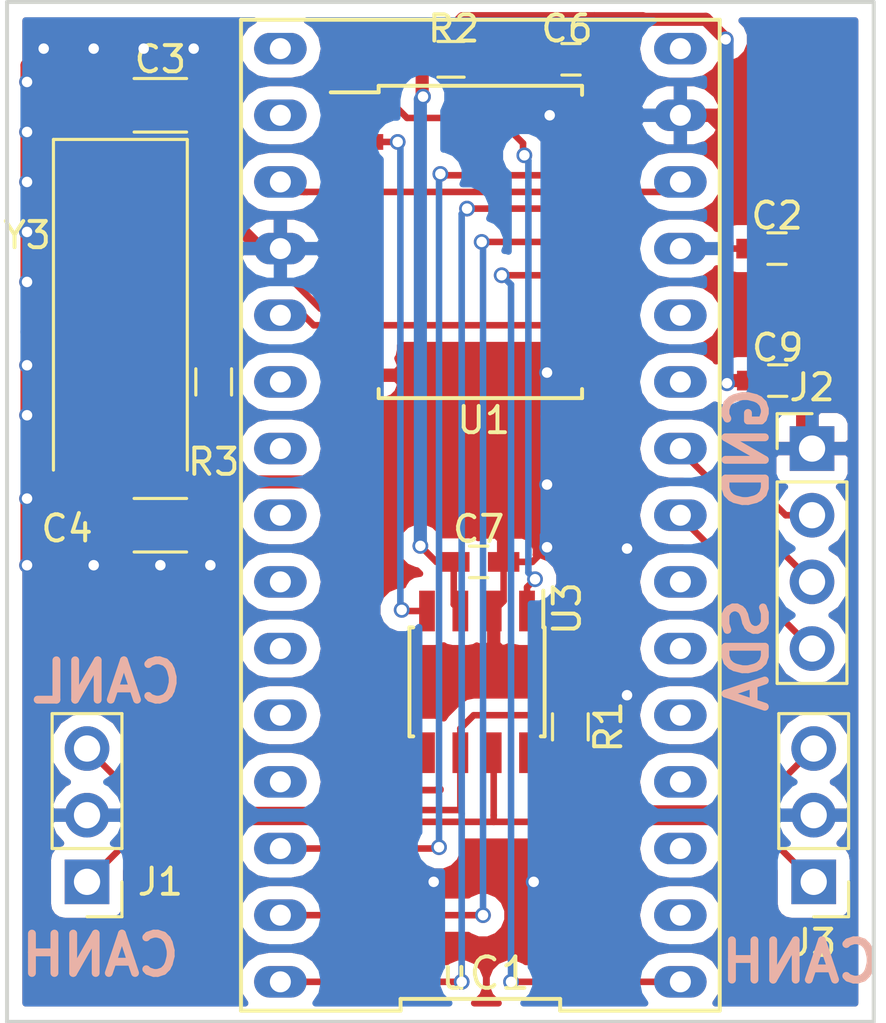
<source format=kicad_pcb>
(kicad_pcb (version 4) (host pcbnew 4.0.7)

  (general
    (links 42)
    (no_connects 0)
    (area 106.845238 84.2914 140.208001 123.444001)
    (thickness 1.6)
    (drawings 9)
    (tracks 239)
    (zones 0)
    (modules 16)
    (nets 45)
  )

  (page A4)
  (layers
    (0 F.Cu signal)
    (31 B.Cu signal)
    (32 B.Adhes user)
    (33 F.Adhes user)
    (34 B.Paste user)
    (35 F.Paste user)
    (36 B.SilkS user)
    (37 F.SilkS user)
    (38 B.Mask user)
    (39 F.Mask user)
    (40 Dwgs.User user)
    (41 Cmts.User user)
    (42 Eco1.User user)
    (43 Eco2.User user)
    (44 Edge.Cuts user)
    (45 Margin user)
    (46 B.CrtYd user)
    (47 F.CrtYd user)
    (48 B.Fab user)
    (49 F.Fab user hide)
  )

  (setup
    (last_trace_width 0.25)
    (user_trace_width 0.5)
    (user_trace_width 0.75)
    (user_trace_width 1)
    (trace_clearance 0.2)
    (zone_clearance 0.508)
    (zone_45_only no)
    (trace_min 0.2)
    (segment_width 0.2)
    (edge_width 0.15)
    (via_size 0.6)
    (via_drill 0.4)
    (via_min_size 0.4)
    (via_min_drill 0.3)
    (uvia_size 0.3)
    (uvia_drill 0.1)
    (uvias_allowed no)
    (uvia_min_size 0.2)
    (uvia_min_drill 0.1)
    (pcb_text_width 0.3)
    (pcb_text_size 1.5 1.5)
    (mod_edge_width 0.15)
    (mod_text_size 1 1)
    (mod_text_width 0.15)
    (pad_size 1.7 1.7)
    (pad_drill 0)
    (pad_to_mask_clearance 0.2)
    (aux_axis_origin 0 0)
    (visible_elements 7FFEFFFF)
    (pcbplotparams
      (layerselection 0x00030_80000001)
      (usegerberextensions false)
      (excludeedgelayer true)
      (linewidth 0.100000)
      (plotframeref false)
      (viasonmask false)
      (mode 1)
      (useauxorigin false)
      (hpglpennumber 1)
      (hpglpenspeed 20)
      (hpglpendiameter 15)
      (hpglpenoverlay 2)
      (psnegative false)
      (psa4output false)
      (plotreference true)
      (plotvalue true)
      (plotinvisibletext false)
      (padsonsilk false)
      (subtractmaskfromsilk false)
      (outputformat 1)
      (mirror false)
      (drillshape 0)
      (scaleselection 1)
      (outputdirectory ""))
  )

  (net 0 "")
  (net 1 RAW)
  (net 2 GND)
  (net 3 "Net-(C3-Pad1)")
  (net 4 "Net-(C4-Pad1)")
  (net 5 VCC)
  (net 6 MC_RX)
  (net 7 MC_TX)
  (net 8 SCL)
  (net 9 SDA)
  (net 10 A0)
  (net 11 A1)
  (net 12 A2)
  (net 13 A3)
  (net 14 D5)
  (net 15 D4)
  (net 16 D3)
  (net 17 INT)
  (net 18 "Net-(R1-Pad2)")
  (net 19 CAN_TXD)
  (net 20 CAN_RXD)
  (net 21 SCK)
  (net 22 MOSI)
  (net 23 MISO)
  (net 24 CS)
  (net 25 RES)
  (net 26 "Net-(U3-Pad5)")
  (net 27 CANL)
  (net 28 CANH)
  (net 29 "Net-(uC1-Pad2)")
  (net 30 "Net-(uC1-Pad3)")
  (net 31 "Net-(R2-Pad2)")
  (net 32 "Net-(R3-Pad1)")
  (net 33 D9)
  (net 34 D8)
  (net 35 D7)
  (net 36 D6)
  (net 37 A7)
  (net 38 A6)
  (net 39 "Net-(U1-Pad3)")
  (net 40 "Net-(U1-Pad4)")
  (net 41 "Net-(U1-Pad5)")
  (net 42 "Net-(U1-Pad6)")
  (net 43 "Net-(U1-Pad10)")
  (net 44 "Net-(U1-Pad11)")

  (net_class Default "This is the default net class."
    (clearance 0.2)
    (trace_width 0.25)
    (via_dia 0.6)
    (via_drill 0.4)
    (uvia_dia 0.3)
    (uvia_drill 0.1)
    (add_net A0)
    (add_net A1)
    (add_net A2)
    (add_net A3)
    (add_net A6)
    (add_net A7)
    (add_net CANH)
    (add_net CANL)
    (add_net CAN_RXD)
    (add_net CAN_TXD)
    (add_net CS)
    (add_net D3)
    (add_net D4)
    (add_net D5)
    (add_net D6)
    (add_net D7)
    (add_net D8)
    (add_net D9)
    (add_net GND)
    (add_net INT)
    (add_net MC_RX)
    (add_net MC_TX)
    (add_net MISO)
    (add_net MOSI)
    (add_net "Net-(C3-Pad1)")
    (add_net "Net-(C4-Pad1)")
    (add_net "Net-(R1-Pad2)")
    (add_net "Net-(R2-Pad2)")
    (add_net "Net-(R3-Pad1)")
    (add_net "Net-(U1-Pad10)")
    (add_net "Net-(U1-Pad11)")
    (add_net "Net-(U1-Pad3)")
    (add_net "Net-(U1-Pad4)")
    (add_net "Net-(U1-Pad5)")
    (add_net "Net-(U1-Pad6)")
    (add_net "Net-(U3-Pad5)")
    (add_net "Net-(uC1-Pad2)")
    (add_net "Net-(uC1-Pad3)")
    (add_net RAW)
    (add_net RES)
    (add_net SCK)
    (add_net SCL)
    (add_net SDA)
    (add_net VCC)
  )

  (module Capacitors_SMD:C_0603_HandSoldering (layer F.Cu) (tedit 5A6638DE) (tstamp 5A662B1C)
    (at 128.6764 86.7664 180)
    (descr "Capacitor SMD 0603, hand soldering")
    (tags "capacitor 0603")
    (path /5A25BAA5)
    (attr smd)
    (fp_text reference C6 (at 0.1524 1.1684 180) (layer F.SilkS)
      (effects (font (size 1 1) (thickness 0.15)))
    )
    (fp_text value 0.1uF (at 0 1.5 180) (layer F.Fab)
      (effects (font (size 1 1) (thickness 0.15)))
    )
    (fp_text user %R (at 0 -1.25 180) (layer F.Fab)
      (effects (font (size 1 1) (thickness 0.15)))
    )
    (fp_line (start -0.8 0.4) (end -0.8 -0.4) (layer F.Fab) (width 0.1))
    (fp_line (start 0.8 0.4) (end -0.8 0.4) (layer F.Fab) (width 0.1))
    (fp_line (start 0.8 -0.4) (end 0.8 0.4) (layer F.Fab) (width 0.1))
    (fp_line (start -0.8 -0.4) (end 0.8 -0.4) (layer F.Fab) (width 0.1))
    (fp_line (start -0.35 -0.6) (end 0.35 -0.6) (layer F.SilkS) (width 0.12))
    (fp_line (start 0.35 0.6) (end -0.35 0.6) (layer F.SilkS) (width 0.12))
    (fp_line (start -1.8 -0.65) (end 1.8 -0.65) (layer F.CrtYd) (width 0.05))
    (fp_line (start -1.8 -0.65) (end -1.8 0.65) (layer F.CrtYd) (width 0.05))
    (fp_line (start 1.8 0.65) (end 1.8 -0.65) (layer F.CrtYd) (width 0.05))
    (fp_line (start 1.8 0.65) (end -1.8 0.65) (layer F.CrtYd) (width 0.05))
    (pad 1 smd rect (at -0.95 0 180) (size 1.2 0.75) (layers F.Cu F.Paste F.Mask)
      (net 5 VCC))
    (pad 2 smd rect (at 0.95 0 180) (size 1.2 0.75) (layers F.Cu F.Paste F.Mask)
      (net 2 GND))
    (model Capacitors_SMD.3dshapes/C_0603.wrl
      (at (xyz 0 0 0))
      (scale (xyz 1 1 1))
      (rotate (xyz 0 0 0))
    )
  )

  (module Capacitors_SMD:C_0603_HandSoldering (layer F.Cu) (tedit 58AA848B) (tstamp 5A662B22)
    (at 125.1585 105.918)
    (descr "Capacitor SMD 0603, hand soldering")
    (tags "capacitor 0603")
    (path /5A60F3A1)
    (attr smd)
    (fp_text reference C7 (at 0 -1.25) (layer F.SilkS)
      (effects (font (size 1 1) (thickness 0.15)))
    )
    (fp_text value 0.1uF (at 0 1.5) (layer F.Fab)
      (effects (font (size 1 1) (thickness 0.15)))
    )
    (fp_text user %R (at 0 -1.25) (layer F.Fab)
      (effects (font (size 1 1) (thickness 0.15)))
    )
    (fp_line (start -0.8 0.4) (end -0.8 -0.4) (layer F.Fab) (width 0.1))
    (fp_line (start 0.8 0.4) (end -0.8 0.4) (layer F.Fab) (width 0.1))
    (fp_line (start 0.8 -0.4) (end 0.8 0.4) (layer F.Fab) (width 0.1))
    (fp_line (start -0.8 -0.4) (end 0.8 -0.4) (layer F.Fab) (width 0.1))
    (fp_line (start -0.35 -0.6) (end 0.35 -0.6) (layer F.SilkS) (width 0.12))
    (fp_line (start 0.35 0.6) (end -0.35 0.6) (layer F.SilkS) (width 0.12))
    (fp_line (start -1.8 -0.65) (end 1.8 -0.65) (layer F.CrtYd) (width 0.05))
    (fp_line (start -1.8 -0.65) (end -1.8 0.65) (layer F.CrtYd) (width 0.05))
    (fp_line (start 1.8 0.65) (end 1.8 -0.65) (layer F.CrtYd) (width 0.05))
    (fp_line (start 1.8 0.65) (end -1.8 0.65) (layer F.CrtYd) (width 0.05))
    (pad 1 smd rect (at -0.95 0) (size 1.2 0.75) (layers F.Cu F.Paste F.Mask)
      (net 5 VCC))
    (pad 2 smd rect (at 0.95 0) (size 1.2 0.75) (layers F.Cu F.Paste F.Mask)
      (net 2 GND))
    (model Capacitors_SMD.3dshapes/C_0603.wrl
      (at (xyz 0 0 0))
      (scale (xyz 1 1 1))
      (rotate (xyz 0 0 0))
    )
  )

  (module Capacitors_SMD:C_0603_HandSoldering (layer F.Cu) (tedit 58AA848B) (tstamp 5A662B28)
    (at 136.5504 99.0092)
    (descr "Capacitor SMD 0603, hand soldering")
    (tags "capacitor 0603")
    (path /5A60F3C9)
    (attr smd)
    (fp_text reference C9 (at 0 -1.25) (layer F.SilkS)
      (effects (font (size 1 1) (thickness 0.15)))
    )
    (fp_text value 0.1uF (at 0 1.5) (layer F.Fab)
      (effects (font (size 1 1) (thickness 0.15)))
    )
    (fp_text user %R (at 0 -1.25) (layer F.Fab)
      (effects (font (size 1 1) (thickness 0.15)))
    )
    (fp_line (start -0.8 0.4) (end -0.8 -0.4) (layer F.Fab) (width 0.1))
    (fp_line (start 0.8 0.4) (end -0.8 0.4) (layer F.Fab) (width 0.1))
    (fp_line (start 0.8 -0.4) (end 0.8 0.4) (layer F.Fab) (width 0.1))
    (fp_line (start -0.8 -0.4) (end 0.8 -0.4) (layer F.Fab) (width 0.1))
    (fp_line (start -0.35 -0.6) (end 0.35 -0.6) (layer F.SilkS) (width 0.12))
    (fp_line (start 0.35 0.6) (end -0.35 0.6) (layer F.SilkS) (width 0.12))
    (fp_line (start -1.8 -0.65) (end 1.8 -0.65) (layer F.CrtYd) (width 0.05))
    (fp_line (start -1.8 -0.65) (end -1.8 0.65) (layer F.CrtYd) (width 0.05))
    (fp_line (start 1.8 0.65) (end 1.8 -0.65) (layer F.CrtYd) (width 0.05))
    (fp_line (start 1.8 0.65) (end -1.8 0.65) (layer F.CrtYd) (width 0.05))
    (pad 1 smd rect (at -0.95 0) (size 1.2 0.75) (layers F.Cu F.Paste F.Mask)
      (net 5 VCC))
    (pad 2 smd rect (at 0.95 0) (size 1.2 0.75) (layers F.Cu F.Paste F.Mask)
      (net 2 GND))
    (model Capacitors_SMD.3dshapes/C_0603.wrl
      (at (xyz 0 0 0))
      (scale (xyz 1 1 1))
      (rotate (xyz 0 0 0))
    )
  )

  (module Pin_Headers:Pin_Header_Straight_1x03_Pitch2.54mm (layer F.Cu) (tedit 5A6636C2) (tstamp 5A662B2F)
    (at 110.236 118.11 180)
    (descr "Through hole straight pin header, 1x03, 2.54mm pitch, single row")
    (tags "Through hole pin header THT 1x03 2.54mm single row")
    (path /5A67621A)
    (fp_text reference J1 (at -2.794 0 180) (layer F.SilkS)
      (effects (font (size 1 1) (thickness 0.15)))
    )
    (fp_text value CAN (at 0 7.41 180) (layer F.Fab)
      (effects (font (size 1 1) (thickness 0.15)))
    )
    (fp_line (start -0.635 -1.27) (end 1.27 -1.27) (layer F.Fab) (width 0.1))
    (fp_line (start 1.27 -1.27) (end 1.27 6.35) (layer F.Fab) (width 0.1))
    (fp_line (start 1.27 6.35) (end -1.27 6.35) (layer F.Fab) (width 0.1))
    (fp_line (start -1.27 6.35) (end -1.27 -0.635) (layer F.Fab) (width 0.1))
    (fp_line (start -1.27 -0.635) (end -0.635 -1.27) (layer F.Fab) (width 0.1))
    (fp_line (start -1.33 6.41) (end 1.33 6.41) (layer F.SilkS) (width 0.12))
    (fp_line (start -1.33 1.27) (end -1.33 6.41) (layer F.SilkS) (width 0.12))
    (fp_line (start 1.33 1.27) (end 1.33 6.41) (layer F.SilkS) (width 0.12))
    (fp_line (start -1.33 1.27) (end 1.33 1.27) (layer F.SilkS) (width 0.12))
    (fp_line (start -1.33 0) (end -1.33 -1.33) (layer F.SilkS) (width 0.12))
    (fp_line (start -1.33 -1.33) (end 0 -1.33) (layer F.SilkS) (width 0.12))
    (fp_line (start -1.8 -1.8) (end -1.8 6.85) (layer F.CrtYd) (width 0.05))
    (fp_line (start -1.8 6.85) (end 1.8 6.85) (layer F.CrtYd) (width 0.05))
    (fp_line (start 1.8 6.85) (end 1.8 -1.8) (layer F.CrtYd) (width 0.05))
    (fp_line (start 1.8 -1.8) (end -1.8 -1.8) (layer F.CrtYd) (width 0.05))
    (fp_text user %R (at 0 2.54 270) (layer F.Fab)
      (effects (font (size 1 1) (thickness 0.15)))
    )
    (pad 1 thru_hole rect (at 0 0 180) (size 1.7 1.7) (drill 1) (layers *.Cu *.Mask)
      (net 28 CANH))
    (pad 2 thru_hole oval (at 0 2.54 180) (size 1.7 1.7) (drill 1) (layers *.Cu *.Mask)
      (net 2 GND))
    (pad 3 thru_hole oval (at 0 5.08 180) (size 1.7 1.7) (drill 1) (layers *.Cu *.Mask)
      (net 27 CANL))
    (model ${KISYS3DMOD}/Pin_Headers.3dshapes/Pin_Header_Straight_1x03_Pitch2.54mm.wrl
      (at (xyz 0 0 0))
      (scale (xyz 1 1 1))
      (rotate (xyz 0 0 0))
    )
  )

  (module Pin_Headers:Pin_Header_Straight_1x04_Pitch2.54mm (layer F.Cu) (tedit 59650532) (tstamp 5A662B37)
    (at 137.8585 101.6)
    (descr "Through hole straight pin header, 1x04, 2.54mm pitch, single row")
    (tags "Through hole pin header THT 1x04 2.54mm single row")
    (path /5A25AF07)
    (fp_text reference J2 (at 0 -2.33) (layer F.SilkS)
      (effects (font (size 1 1) (thickness 0.15)))
    )
    (fp_text value I2C (at 0 9.95) (layer F.Fab)
      (effects (font (size 1 1) (thickness 0.15)))
    )
    (fp_line (start -0.635 -1.27) (end 1.27 -1.27) (layer F.Fab) (width 0.1))
    (fp_line (start 1.27 -1.27) (end 1.27 8.89) (layer F.Fab) (width 0.1))
    (fp_line (start 1.27 8.89) (end -1.27 8.89) (layer F.Fab) (width 0.1))
    (fp_line (start -1.27 8.89) (end -1.27 -0.635) (layer F.Fab) (width 0.1))
    (fp_line (start -1.27 -0.635) (end -0.635 -1.27) (layer F.Fab) (width 0.1))
    (fp_line (start -1.33 8.95) (end 1.33 8.95) (layer F.SilkS) (width 0.12))
    (fp_line (start -1.33 1.27) (end -1.33 8.95) (layer F.SilkS) (width 0.12))
    (fp_line (start 1.33 1.27) (end 1.33 8.95) (layer F.SilkS) (width 0.12))
    (fp_line (start -1.33 1.27) (end 1.33 1.27) (layer F.SilkS) (width 0.12))
    (fp_line (start -1.33 0) (end -1.33 -1.33) (layer F.SilkS) (width 0.12))
    (fp_line (start -1.33 -1.33) (end 0 -1.33) (layer F.SilkS) (width 0.12))
    (fp_line (start -1.8 -1.8) (end -1.8 9.4) (layer F.CrtYd) (width 0.05))
    (fp_line (start -1.8 9.4) (end 1.8 9.4) (layer F.CrtYd) (width 0.05))
    (fp_line (start 1.8 9.4) (end 1.8 -1.8) (layer F.CrtYd) (width 0.05))
    (fp_line (start 1.8 -1.8) (end -1.8 -1.8) (layer F.CrtYd) (width 0.05))
    (fp_text user %R (at 0 3.81 90) (layer F.Fab)
      (effects (font (size 1 1) (thickness 0.15)))
    )
    (pad 1 thru_hole rect (at 0 0) (size 1.7 1.7) (drill 1) (layers *.Cu *.Mask)
      (net 2 GND))
    (pad 2 thru_hole oval (at 0 2.54) (size 1.7 1.7) (drill 1) (layers *.Cu *.Mask)
      (net 5 VCC))
    (pad 3 thru_hole oval (at 0 5.08) (size 1.7 1.7) (drill 1) (layers *.Cu *.Mask)
      (net 8 SCL))
    (pad 4 thru_hole oval (at 0 7.62) (size 1.7 1.7) (drill 1) (layers *.Cu *.Mask)
      (net 9 SDA))
    (model ${KISYS3DMOD}/Pin_Headers.3dshapes/Pin_Header_Straight_1x04_Pitch2.54mm.wrl
      (at (xyz 0 0 0))
      (scale (xyz 1 1 1))
      (rotate (xyz 0 0 0))
    )
  )

  (module Pin_Headers:Pin_Header_Straight_1x03_Pitch2.54mm (layer F.Cu) (tedit 59650532) (tstamp 5A662B3E)
    (at 137.922 118.11 180)
    (descr "Through hole straight pin header, 1x03, 2.54mm pitch, single row")
    (tags "Through hole pin header THT 1x03 2.54mm single row")
    (path /5A66EBC1)
    (fp_text reference J3 (at 0 -2.33 180) (layer F.SilkS)
      (effects (font (size 1 1) (thickness 0.15)))
    )
    (fp_text value CAN (at 0 7.41 180) (layer F.Fab)
      (effects (font (size 1 1) (thickness 0.15)))
    )
    (fp_line (start -0.635 -1.27) (end 1.27 -1.27) (layer F.Fab) (width 0.1))
    (fp_line (start 1.27 -1.27) (end 1.27 6.35) (layer F.Fab) (width 0.1))
    (fp_line (start 1.27 6.35) (end -1.27 6.35) (layer F.Fab) (width 0.1))
    (fp_line (start -1.27 6.35) (end -1.27 -0.635) (layer F.Fab) (width 0.1))
    (fp_line (start -1.27 -0.635) (end -0.635 -1.27) (layer F.Fab) (width 0.1))
    (fp_line (start -1.33 6.41) (end 1.33 6.41) (layer F.SilkS) (width 0.12))
    (fp_line (start -1.33 1.27) (end -1.33 6.41) (layer F.SilkS) (width 0.12))
    (fp_line (start 1.33 1.27) (end 1.33 6.41) (layer F.SilkS) (width 0.12))
    (fp_line (start -1.33 1.27) (end 1.33 1.27) (layer F.SilkS) (width 0.12))
    (fp_line (start -1.33 0) (end -1.33 -1.33) (layer F.SilkS) (width 0.12))
    (fp_line (start -1.33 -1.33) (end 0 -1.33) (layer F.SilkS) (width 0.12))
    (fp_line (start -1.8 -1.8) (end -1.8 6.85) (layer F.CrtYd) (width 0.05))
    (fp_line (start -1.8 6.85) (end 1.8 6.85) (layer F.CrtYd) (width 0.05))
    (fp_line (start 1.8 6.85) (end 1.8 -1.8) (layer F.CrtYd) (width 0.05))
    (fp_line (start 1.8 -1.8) (end -1.8 -1.8) (layer F.CrtYd) (width 0.05))
    (fp_text user %R (at 0 2.54 270) (layer F.Fab)
      (effects (font (size 1 1) (thickness 0.15)))
    )
    (pad 1 thru_hole rect (at 0 0 180) (size 1.7 1.7) (drill 1) (layers *.Cu *.Mask)
      (net 28 CANH))
    (pad 2 thru_hole oval (at 0 2.54 180) (size 1.7 1.7) (drill 1) (layers *.Cu *.Mask)
      (net 2 GND))
    (pad 3 thru_hole oval (at 0 5.08 180) (size 1.7 1.7) (drill 1) (layers *.Cu *.Mask)
      (net 27 CANL))
    (model ${KISYS3DMOD}/Pin_Headers.3dshapes/Pin_Header_Straight_1x03_Pitch2.54mm.wrl
      (at (xyz 0 0 0))
      (scale (xyz 1 1 1))
      (rotate (xyz 0 0 0))
    )
  )

  (module Resistors_SMD:R_0603_HandSoldering (layer F.Cu) (tedit 5A6638D6) (tstamp 5A662B50)
    (at 115.062 99.06 270)
    (descr "Resistor SMD 0603, hand soldering")
    (tags "resistor 0603")
    (path /5A65F7C2)
    (attr smd)
    (fp_text reference R3 (at 3.048 0 360) (layer F.SilkS)
      (effects (font (size 1 1) (thickness 0.15)))
    )
    (fp_text value Rs (at 0 1.55 270) (layer F.Fab)
      (effects (font (size 1 1) (thickness 0.15)))
    )
    (fp_text user %R (at 0 0 270) (layer F.Fab)
      (effects (font (size 0.4 0.4) (thickness 0.075)))
    )
    (fp_line (start -0.8 0.4) (end -0.8 -0.4) (layer F.Fab) (width 0.1))
    (fp_line (start 0.8 0.4) (end -0.8 0.4) (layer F.Fab) (width 0.1))
    (fp_line (start 0.8 -0.4) (end 0.8 0.4) (layer F.Fab) (width 0.1))
    (fp_line (start -0.8 -0.4) (end 0.8 -0.4) (layer F.Fab) (width 0.1))
    (fp_line (start 0.5 0.68) (end -0.5 0.68) (layer F.SilkS) (width 0.12))
    (fp_line (start -0.5 -0.68) (end 0.5 -0.68) (layer F.SilkS) (width 0.12))
    (fp_line (start -1.96 -0.7) (end 1.95 -0.7) (layer F.CrtYd) (width 0.05))
    (fp_line (start -1.96 -0.7) (end -1.96 0.7) (layer F.CrtYd) (width 0.05))
    (fp_line (start 1.95 0.7) (end 1.95 -0.7) (layer F.CrtYd) (width 0.05))
    (fp_line (start 1.95 0.7) (end -1.96 0.7) (layer F.CrtYd) (width 0.05))
    (pad 1 smd rect (at -1.1 0 270) (size 1.2 0.9) (layers F.Cu F.Paste F.Mask)
      (net 32 "Net-(R3-Pad1)"))
    (pad 2 smd rect (at 1.1 0 270) (size 1.2 0.9) (layers F.Cu F.Paste F.Mask)
      (net 4 "Net-(C4-Pad1)"))
    (model ${KISYS3DMOD}/Resistors_SMD.3dshapes/R_0603.wrl
      (at (xyz 0 0 0))
      (scale (xyz 1 1 1))
      (rotate (xyz 0 0 0))
    )
  )

  (module Housings_SOIC:SOIC-18W_7.5x11.6mm_Pitch1.27mm (layer F.Cu) (tedit 5A662E43) (tstamp 5A662B66)
    (at 125.222 93.726)
    (descr "18-Lead Plastic Small Outline (SO) - Wide, 7.50 mm Body [SOIC] (see Microchip Packaging Specification 00000049BS.pdf)")
    (tags "SOIC 1.27")
    (path /5A66A8CB)
    (attr smd)
    (fp_text reference U1 (at 0.127 6.7945) (layer F.SilkS)
      (effects (font (size 1 1) (thickness 0.15)))
    )
    (fp_text value MCP2515-SOIC (at 0 6.875) (layer F.Fab)
      (effects (font (size 1 1) (thickness 0.15)))
    )
    (fp_text user %R (at 0 0) (layer F.Fab)
      (effects (font (size 1 1) (thickness 0.15)))
    )
    (fp_line (start -2.75 -5.8) (end 3.75 -5.8) (layer F.Fab) (width 0.15))
    (fp_line (start 3.75 -5.8) (end 3.75 5.8) (layer F.Fab) (width 0.15))
    (fp_line (start 3.75 5.8) (end -3.75 5.8) (layer F.Fab) (width 0.15))
    (fp_line (start -3.75 5.8) (end -3.75 -4.8) (layer F.Fab) (width 0.15))
    (fp_line (start -3.75 -4.8) (end -2.75 -5.8) (layer F.Fab) (width 0.15))
    (fp_line (start -5.95 -6.15) (end -5.95 6.15) (layer F.CrtYd) (width 0.05))
    (fp_line (start 5.95 -6.15) (end 5.95 6.15) (layer F.CrtYd) (width 0.05))
    (fp_line (start -5.95 -6.15) (end 5.95 -6.15) (layer F.CrtYd) (width 0.05))
    (fp_line (start -5.95 6.15) (end 5.95 6.15) (layer F.CrtYd) (width 0.05))
    (fp_line (start -3.875 -5.95) (end -3.875 -5.7) (layer F.SilkS) (width 0.15))
    (fp_line (start 3.875 -5.95) (end 3.875 -5.605) (layer F.SilkS) (width 0.15))
    (fp_line (start 3.875 5.95) (end 3.875 5.605) (layer F.SilkS) (width 0.15))
    (fp_line (start -3.875 5.95) (end -3.875 5.605) (layer F.SilkS) (width 0.15))
    (fp_line (start -3.875 -5.95) (end 3.875 -5.95) (layer F.SilkS) (width 0.15))
    (fp_line (start -3.875 5.95) (end 3.875 5.95) (layer F.SilkS) (width 0.15))
    (fp_line (start -3.875 -5.7) (end -5.7 -5.7) (layer F.SilkS) (width 0.15))
    (pad 1 smd rect (at -4.7 -5.08) (size 2 0.6) (layers F.Cu F.Paste F.Mask)
      (net 19 CAN_TXD))
    (pad 2 smd rect (at -4.7 -3.81) (size 2 0.6) (layers F.Cu F.Paste F.Mask)
      (net 20 CAN_RXD))
    (pad 3 smd rect (at -4.7 -2.54) (size 2 0.6) (layers F.Cu F.Paste F.Mask)
      (net 39 "Net-(U1-Pad3)"))
    (pad 4 smd rect (at -4.7 -1.27) (size 2 0.6) (layers F.Cu F.Paste F.Mask)
      (net 40 "Net-(U1-Pad4)"))
    (pad 5 smd rect (at -4.7 0) (size 2 0.6) (layers F.Cu F.Paste F.Mask)
      (net 41 "Net-(U1-Pad5)"))
    (pad 6 smd rect (at -4.7 1.27) (size 2 0.6) (layers F.Cu F.Paste F.Mask)
      (net 42 "Net-(U1-Pad6)"))
    (pad 7 smd rect (at -4.7 2.54) (size 2 0.6) (layers F.Cu F.Paste F.Mask)
      (net 3 "Net-(C3-Pad1)"))
    (pad 8 smd rect (at -4.7 3.81) (size 2 0.6) (layers F.Cu F.Paste F.Mask)
      (net 32 "Net-(R3-Pad1)"))
    (pad 9 smd rect (at -4.7 5.08) (size 2 0.6) (layers F.Cu F.Paste F.Mask)
      (net 2 GND))
    (pad 10 smd rect (at 4.7 5.08) (size 2 0.6) (layers F.Cu F.Paste F.Mask)
      (net 43 "Net-(U1-Pad10)"))
    (pad 11 smd rect (at 4.7 3.81) (size 2 0.6) (layers F.Cu F.Paste F.Mask)
      (net 44 "Net-(U1-Pad11)"))
    (pad 12 smd rect (at 4.7 2.54) (size 2 0.6) (layers F.Cu F.Paste F.Mask)
      (net 17 INT))
    (pad 13 smd rect (at 4.7 1.27) (size 2 0.6) (layers F.Cu F.Paste F.Mask)
      (net 21 SCK))
    (pad 14 smd rect (at 4.7 0) (size 2 0.6) (layers F.Cu F.Paste F.Mask)
      (net 22 MOSI))
    (pad 15 smd rect (at 4.7 -1.27) (size 2 0.6) (layers F.Cu F.Paste F.Mask)
      (net 23 MISO))
    (pad 16 smd rect (at 4.7 -2.54) (size 2 0.6) (layers F.Cu F.Paste F.Mask)
      (net 24 CS))
    (pad 17 smd rect (at 4.7 -3.81) (size 2 0.6) (layers F.Cu F.Paste F.Mask)
      (net 31 "Net-(R2-Pad2)"))
    (pad 18 smd rect (at 4.7 -5.08) (size 2 0.6) (layers F.Cu F.Paste F.Mask)
      (net 5 VCC))
    (model ${KISYS3DMOD}/Housings_SOIC.3dshapes/SOIC-18W_7.5x11.6mm_Pitch1.27mm.wrl
      (at (xyz 0 0 0))
      (scale (xyz 1 1 1))
      (rotate (xyz 0 0 0))
    )
  )

  (module Housings_SOIC:SOIC-8_3.9x4.9mm_Pitch1.27mm (layer F.Cu) (tedit 5A662E24) (tstamp 5A662B72)
    (at 125.095 110.49 270)
    (descr "8-Lead Plastic Small Outline (SN) - Narrow, 3.90 mm Body [SOIC] (see Microchip Packaging Specification 00000049BS.pdf)")
    (tags "SOIC 1.27")
    (path /5A259DB4)
    (attr smd)
    (fp_text reference U3 (at -2.794 -3.429 270) (layer F.SilkS)
      (effects (font (size 1 1) (thickness 0.15)))
    )
    (fp_text value MCP2551-I/SN (at 0 3.5 270) (layer F.Fab)
      (effects (font (size 1 1) (thickness 0.15)))
    )
    (fp_text user %R (at 0 0 270) (layer F.Fab)
      (effects (font (size 1 1) (thickness 0.15)))
    )
    (fp_line (start -0.95 -2.45) (end 1.95 -2.45) (layer F.Fab) (width 0.1))
    (fp_line (start 1.95 -2.45) (end 1.95 2.45) (layer F.Fab) (width 0.1))
    (fp_line (start 1.95 2.45) (end -1.95 2.45) (layer F.Fab) (width 0.1))
    (fp_line (start -1.95 2.45) (end -1.95 -1.45) (layer F.Fab) (width 0.1))
    (fp_line (start -1.95 -1.45) (end -0.95 -2.45) (layer F.Fab) (width 0.1))
    (fp_line (start -3.73 -2.7) (end -3.73 2.7) (layer F.CrtYd) (width 0.05))
    (fp_line (start 3.73 -2.7) (end 3.73 2.7) (layer F.CrtYd) (width 0.05))
    (fp_line (start -3.73 -2.7) (end 3.73 -2.7) (layer F.CrtYd) (width 0.05))
    (fp_line (start -3.73 2.7) (end 3.73 2.7) (layer F.CrtYd) (width 0.05))
    (fp_line (start -2.075 -2.575) (end -2.075 -2.525) (layer F.SilkS) (width 0.15))
    (fp_line (start 2.075 -2.575) (end 2.075 -2.43) (layer F.SilkS) (width 0.15))
    (fp_line (start 2.075 2.575) (end 2.075 2.43) (layer F.SilkS) (width 0.15))
    (fp_line (start -2.075 2.575) (end -2.075 2.43) (layer F.SilkS) (width 0.15))
    (fp_line (start -2.075 -2.575) (end 2.075 -2.575) (layer F.SilkS) (width 0.15))
    (fp_line (start -2.075 2.575) (end 2.075 2.575) (layer F.SilkS) (width 0.15))
    (fp_line (start -2.075 -2.525) (end -3.475 -2.525) (layer F.SilkS) (width 0.15))
    (pad 1 smd rect (at -2.7 -1.905 270) (size 1.55 0.6) (layers F.Cu F.Paste F.Mask)
      (net 19 CAN_TXD))
    (pad 2 smd rect (at -2.7 -0.635 270) (size 1.55 0.6) (layers F.Cu F.Paste F.Mask)
      (net 2 GND))
    (pad 3 smd rect (at -2.7 0.635 270) (size 1.55 0.6) (layers F.Cu F.Paste F.Mask)
      (net 5 VCC))
    (pad 4 smd rect (at -2.7 1.905 270) (size 1.55 0.6) (layers F.Cu F.Paste F.Mask)
      (net 20 CAN_RXD))
    (pad 5 smd rect (at 2.7 1.905 270) (size 1.55 0.6) (layers F.Cu F.Paste F.Mask)
      (net 26 "Net-(U3-Pad5)"))
    (pad 6 smd rect (at 2.7 0.635 270) (size 1.55 0.6) (layers F.Cu F.Paste F.Mask)
      (net 27 CANL))
    (pad 7 smd rect (at 2.7 -0.635 270) (size 1.55 0.6) (layers F.Cu F.Paste F.Mask)
      (net 28 CANH))
    (pad 8 smd rect (at 2.7 -1.905 270) (size 1.55 0.6) (layers F.Cu F.Paste F.Mask)
      (net 18 "Net-(R1-Pad2)"))
    (model ${KISYS3DMOD}/Housings_SOIC.3dshapes/SOIC-8_3.9x4.9mm_Pitch1.27mm.wrl
      (at (xyz 0 0 0))
      (scale (xyz 1 1 1))
      (rotate (xyz 0 0 0))
    )
  )

  (module FootPrints:ARDUINO_NANO (layer F.Cu) (tedit 5A662E28) (tstamp 5A662B94)
    (at 125.222 104.14 90)
    (path /5A26ACFC)
    (fp_text reference uC1 (at -17.4625 0.1905 180) (layer F.SilkS)
      (effects (font (size 1.2 1.2) (thickness 0.15)))
    )
    (fp_text value NANO (at 0 0 90) (layer F.Fab)
      (effects (font (size 1.2 1.2) (thickness 0.15)))
    )
    (fp_line (start -18.88 9.119999) (end 18.88 9.12) (layer F.SilkS) (width 0.15))
    (fp_line (start 18.88 9.12) (end 18.88 -9.119999) (layer F.SilkS) (width 0.15))
    (fp_line (start 18.88 -9.119999) (end -18.88 -9.12) (layer F.SilkS) (width 0.15))
    (fp_line (start -18.88 -9.12) (end -18.88 -3.04) (layer F.SilkS) (width 0.15))
    (fp_line (start -18.88 -3.04) (end -18.43 -3.04) (layer F.SilkS) (width 0.15))
    (fp_line (start -18.43 -3.04) (end -18.43 3.039999) (layer F.SilkS) (width 0.15))
    (fp_line (start -18.43 3.039999) (end -18.88 3.039999) (layer F.SilkS) (width 0.15))
    (fp_line (start -18.88 3.039999) (end -18.88 9.119999) (layer F.SilkS) (width 0.15))
    (pad 30 thru_hole oval (at -17.78 -7.62 90) (size 1.2 2) (drill 0.8) (layers *.Cu *.Mask)
      (net 23 MISO))
    (pad 1 thru_hole oval (at -17.78 7.62 90) (size 1.2 2) (drill 0.8) (layers *.Cu *.Mask)
      (net 21 SCK))
    (pad 29 thru_hole oval (at -15.24 -7.62 90) (size 1.2 2) (drill 0.8) (layers *.Cu *.Mask)
      (net 22 MOSI))
    (pad 2 thru_hole oval (at -15.24 7.62 90) (size 1.2 2) (drill 0.8) (layers *.Cu *.Mask)
      (net 29 "Net-(uC1-Pad2)"))
    (pad 28 thru_hole oval (at -12.7 -7.62 90) (size 1.2 2) (drill 0.8) (layers *.Cu *.Mask)
      (net 24 CS))
    (pad 3 thru_hole oval (at -12.7 7.62 90) (size 1.2 2) (drill 0.8) (layers *.Cu *.Mask)
      (net 30 "Net-(uC1-Pad3)"))
    (pad 27 thru_hole oval (at -10.16 -7.62 90) (size 1.2 2) (drill 0.8) (layers *.Cu *.Mask)
      (net 33 D9))
    (pad 4 thru_hole oval (at -10.16 7.62 90) (size 1.2 2) (drill 0.8) (layers *.Cu *.Mask)
      (net 10 A0))
    (pad 26 thru_hole oval (at -7.62 -7.62 90) (size 1.2 2) (drill 0.8) (layers *.Cu *.Mask)
      (net 34 D8))
    (pad 5 thru_hole oval (at -7.62 7.62 90) (size 1.2 2) (drill 0.8) (layers *.Cu *.Mask)
      (net 11 A1))
    (pad 25 thru_hole oval (at -5.08 -7.62 90) (size 1.2 2) (drill 0.8) (layers *.Cu *.Mask)
      (net 35 D7))
    (pad 6 thru_hole oval (at -5.08 7.62 90) (size 1.2 2) (drill 0.8) (layers *.Cu *.Mask)
      (net 12 A2))
    (pad 24 thru_hole oval (at -2.54 -7.62 90) (size 1.2 2) (drill 0.8) (layers *.Cu *.Mask)
      (net 36 D6))
    (pad 7 thru_hole oval (at -2.54 7.62 90) (size 1.2 2) (drill 0.8) (layers *.Cu *.Mask)
      (net 13 A3))
    (pad 23 thru_hole oval (at 0 -7.62 90) (size 1.2 2) (drill 0.8) (layers *.Cu *.Mask)
      (net 14 D5))
    (pad 8 thru_hole oval (at 0 7.62 90) (size 1.2 2) (drill 0.8) (layers *.Cu *.Mask)
      (net 9 SDA))
    (pad 22 thru_hole oval (at 2.54 -7.62 90) (size 1.2 2) (drill 0.8) (layers *.Cu *.Mask)
      (net 15 D4))
    (pad 9 thru_hole oval (at 2.54 7.62 90) (size 1.2 2) (drill 0.8) (layers *.Cu *.Mask)
      (net 8 SCL))
    (pad 21 thru_hole oval (at 5.08 -7.62 90) (size 1.2 2) (drill 0.8) (layers *.Cu *.Mask)
      (net 16 D3))
    (pad 10 thru_hole oval (at 5.08 7.62 90) (size 1.2 2) (drill 0.8) (layers *.Cu *.Mask)
      (net 38 A6))
    (pad 20 thru_hole oval (at 7.62 -7.62 90) (size 1.2 2) (drill 0.8) (layers *.Cu *.Mask)
      (net 17 INT))
    (pad 11 thru_hole oval (at 7.62 7.62 90) (size 1.2 2) (drill 0.8) (layers *.Cu *.Mask)
      (net 37 A7))
    (pad 19 thru_hole oval (at 10.16 -7.62 90) (size 1.2 2) (drill 0.8) (layers *.Cu *.Mask)
      (net 2 GND))
    (pad 12 thru_hole oval (at 10.16 7.62 90) (size 1.2 2) (drill 0.8) (layers *.Cu *.Mask)
      (net 5 VCC))
    (pad 18 thru_hole oval (at 12.7 -7.62 90) (size 1.2 2) (drill 0.8) (layers *.Cu *.Mask)
      (net 25 RES))
    (pad 13 thru_hole oval (at 12.7 7.62 90) (size 1.2 2) (drill 0.8) (layers *.Cu *.Mask)
      (net 25 RES))
    (pad 17 thru_hole oval (at 15.24 -7.62 90) (size 1.2 2) (drill 0.8) (layers *.Cu *.Mask)
      (net 6 MC_RX))
    (pad 14 thru_hole oval (at 15.24 7.62 90) (size 1.2 2) (drill 0.8) (layers *.Cu *.Mask)
      (net 2 GND))
    (pad 16 thru_hole oval (at 17.78 -7.62 90) (size 1.2 2) (drill 0.8) (layers *.Cu *.Mask)
      (net 7 MC_TX))
    (pad 15 thru_hole oval (at 17.78 7.62 90) (size 1.2 2) (drill 0.8) (layers *.Cu *.Mask)
      (net 1 RAW))
  )

  (module Crystals:Crystal_SMD_HC49-SD (layer F.Cu) (tedit 5A662BA1) (tstamp 5A662B9A)
    (at 111.506 96.52 270)
    (descr "SMD Crystal HC-49-SD http://cdn-reichelt.de/documents/datenblatt/B400/xxx-HC49-SMD.pdf, 11.4x4.7mm^2 package")
    (tags "SMD SMT crystal")
    (path /5A264002)
    (attr smd)
    (fp_text reference Y3 (at -3.048 3.556 360) (layer F.SilkS)
      (effects (font (size 1 1) (thickness 0.15)))
    )
    (fp_text value 8MHz (at 0 3.55 270) (layer F.Fab)
      (effects (font (size 1 1) (thickness 0.15)))
    )
    (fp_text user %R (at 0 0 270) (layer F.Fab)
      (effects (font (size 1 1) (thickness 0.15)))
    )
    (fp_line (start -5.7 -2.35) (end -5.7 2.35) (layer F.Fab) (width 0.1))
    (fp_line (start -5.7 2.35) (end 5.7 2.35) (layer F.Fab) (width 0.1))
    (fp_line (start 5.7 2.35) (end 5.7 -2.35) (layer F.Fab) (width 0.1))
    (fp_line (start 5.7 -2.35) (end -5.7 -2.35) (layer F.Fab) (width 0.1))
    (fp_line (start -3.015 -2.115) (end 3.015 -2.115) (layer F.Fab) (width 0.1))
    (fp_line (start -3.015 2.115) (end 3.015 2.115) (layer F.Fab) (width 0.1))
    (fp_line (start 5.9 -2.55) (end -6.7 -2.55) (layer F.SilkS) (width 0.12))
    (fp_line (start -6.7 -2.55) (end -6.7 2.55) (layer F.SilkS) (width 0.12))
    (fp_line (start -6.7 2.55) (end 5.9 2.55) (layer F.SilkS) (width 0.12))
    (fp_line (start -6.8 -2.6) (end -6.8 2.6) (layer F.CrtYd) (width 0.05))
    (fp_line (start -6.8 2.6) (end 6.8 2.6) (layer F.CrtYd) (width 0.05))
    (fp_line (start 6.8 2.6) (end 6.8 -2.6) (layer F.CrtYd) (width 0.05))
    (fp_line (start 6.8 -2.6) (end -6.8 -2.6) (layer F.CrtYd) (width 0.05))
    (fp_arc (start -3.015 0) (end -3.015 -2.115) (angle -180) (layer F.Fab) (width 0.1))
    (fp_arc (start 3.015 0) (end 3.015 -2.115) (angle 180) (layer F.Fab) (width 0.1))
    (pad 1 smd rect (at -4.25 0 270) (size 4.5 2) (layers F.Cu F.Paste F.Mask)
      (net 3 "Net-(C3-Pad1)"))
    (pad 2 smd rect (at 4.25 0 270) (size 4.5 2) (layers F.Cu F.Paste F.Mask)
      (net 4 "Net-(C4-Pad1)"))
    (model ${KISYS3DMOD}/Crystals.3dshapes/Crystal_SMD_HC49-SD.wrl
      (at (xyz 0 0 0))
      (scale (xyz 1 1 1))
      (rotate (xyz 0 0 0))
    )
  )

  (module Capacitors_SMD:C_0603_HandSoldering (layer F.Cu) (tedit 58AA848B) (tstamp 5A662C75)
    (at 136.525 93.98)
    (descr "Capacitor SMD 0603, hand soldering")
    (tags "capacitor 0603")
    (path /5A60F2AC)
    (attr smd)
    (fp_text reference C2 (at 0 -1.25) (layer F.SilkS)
      (effects (font (size 1 1) (thickness 0.15)))
    )
    (fp_text value 0.1uF (at 0 1.5) (layer F.Fab)
      (effects (font (size 1 1) (thickness 0.15)))
    )
    (fp_text user %R (at 0 -1.25) (layer F.Fab)
      (effects (font (size 1 1) (thickness 0.15)))
    )
    (fp_line (start -0.8 0.4) (end -0.8 -0.4) (layer F.Fab) (width 0.1))
    (fp_line (start 0.8 0.4) (end -0.8 0.4) (layer F.Fab) (width 0.1))
    (fp_line (start 0.8 -0.4) (end 0.8 0.4) (layer F.Fab) (width 0.1))
    (fp_line (start -0.8 -0.4) (end 0.8 -0.4) (layer F.Fab) (width 0.1))
    (fp_line (start -0.35 -0.6) (end 0.35 -0.6) (layer F.SilkS) (width 0.12))
    (fp_line (start 0.35 0.6) (end -0.35 0.6) (layer F.SilkS) (width 0.12))
    (fp_line (start -1.8 -0.65) (end 1.8 -0.65) (layer F.CrtYd) (width 0.05))
    (fp_line (start -1.8 -0.65) (end -1.8 0.65) (layer F.CrtYd) (width 0.05))
    (fp_line (start 1.8 0.65) (end 1.8 -0.65) (layer F.CrtYd) (width 0.05))
    (fp_line (start 1.8 0.65) (end -1.8 0.65) (layer F.CrtYd) (width 0.05))
    (pad 1 smd rect (at -0.95 0) (size 1.2 0.75) (layers F.Cu F.Paste F.Mask)
      (net 5 VCC))
    (pad 2 smd rect (at 0.95 0) (size 1.2 0.75) (layers F.Cu F.Paste F.Mask)
      (net 2 GND))
    (model Capacitors_SMD.3dshapes/C_0603.wrl
      (at (xyz 0 0 0))
      (scale (xyz 1 1 1))
      (rotate (xyz 0 0 0))
    )
  )

  (module Resistors_SMD:R_0603_HandSoldering (layer F.Cu) (tedit 58E0A804) (tstamp 5A662C87)
    (at 128.651 112.2045 270)
    (descr "Resistor SMD 0603, hand soldering")
    (tags "resistor 0603")
    (path /5A25D17F)
    (attr smd)
    (fp_text reference R1 (at 0 -1.45 270) (layer F.SilkS)
      (effects (font (size 1 1) (thickness 0.15)))
    )
    (fp_text value 4K7 (at 0 1.55 270) (layer F.Fab)
      (effects (font (size 1 1) (thickness 0.15)))
    )
    (fp_text user %R (at 0 0 270) (layer F.Fab)
      (effects (font (size 0.4 0.4) (thickness 0.075)))
    )
    (fp_line (start -0.8 0.4) (end -0.8 -0.4) (layer F.Fab) (width 0.1))
    (fp_line (start 0.8 0.4) (end -0.8 0.4) (layer F.Fab) (width 0.1))
    (fp_line (start 0.8 -0.4) (end 0.8 0.4) (layer F.Fab) (width 0.1))
    (fp_line (start -0.8 -0.4) (end 0.8 -0.4) (layer F.Fab) (width 0.1))
    (fp_line (start 0.5 0.68) (end -0.5 0.68) (layer F.SilkS) (width 0.12))
    (fp_line (start -0.5 -0.68) (end 0.5 -0.68) (layer F.SilkS) (width 0.12))
    (fp_line (start -1.96 -0.7) (end 1.95 -0.7) (layer F.CrtYd) (width 0.05))
    (fp_line (start -1.96 -0.7) (end -1.96 0.7) (layer F.CrtYd) (width 0.05))
    (fp_line (start 1.95 0.7) (end 1.95 -0.7) (layer F.CrtYd) (width 0.05))
    (fp_line (start 1.95 0.7) (end -1.96 0.7) (layer F.CrtYd) (width 0.05))
    (pad 1 smd rect (at -1.1 0 270) (size 1.2 0.9) (layers F.Cu F.Paste F.Mask)
      (net 2 GND))
    (pad 2 smd rect (at 1.1 0 270) (size 1.2 0.9) (layers F.Cu F.Paste F.Mask)
      (net 18 "Net-(R1-Pad2)"))
    (model ${KISYS3DMOD}/Resistors_SMD.3dshapes/R_0603.wrl
      (at (xyz 0 0 0))
      (scale (xyz 1 1 1))
      (rotate (xyz 0 0 0))
    )
  )

  (module Resistors_SMD:R_0603_HandSoldering (layer F.Cu) (tedit 5A6638E3) (tstamp 5A662C8D)
    (at 124.1044 86.7664)
    (descr "Resistor SMD 0603, hand soldering")
    (tags "resistor 0603")
    (path /5A57B9C2)
    (attr smd)
    (fp_text reference R2 (at 0.1016 -1.1684) (layer F.SilkS)
      (effects (font (size 1 1) (thickness 0.15)))
    )
    (fp_text value 4K7 (at 0 1.55) (layer F.Fab)
      (effects (font (size 1 1) (thickness 0.15)))
    )
    (fp_text user %R (at 0 0) (layer F.Fab)
      (effects (font (size 0.4 0.4) (thickness 0.075)))
    )
    (fp_line (start -0.8 0.4) (end -0.8 -0.4) (layer F.Fab) (width 0.1))
    (fp_line (start 0.8 0.4) (end -0.8 0.4) (layer F.Fab) (width 0.1))
    (fp_line (start 0.8 -0.4) (end 0.8 0.4) (layer F.Fab) (width 0.1))
    (fp_line (start -0.8 -0.4) (end 0.8 -0.4) (layer F.Fab) (width 0.1))
    (fp_line (start 0.5 0.68) (end -0.5 0.68) (layer F.SilkS) (width 0.12))
    (fp_line (start -0.5 -0.68) (end 0.5 -0.68) (layer F.SilkS) (width 0.12))
    (fp_line (start -1.96 -0.7) (end 1.95 -0.7) (layer F.CrtYd) (width 0.05))
    (fp_line (start -1.96 -0.7) (end -1.96 0.7) (layer F.CrtYd) (width 0.05))
    (fp_line (start 1.95 0.7) (end 1.95 -0.7) (layer F.CrtYd) (width 0.05))
    (fp_line (start 1.95 0.7) (end -1.96 0.7) (layer F.CrtYd) (width 0.05))
    (pad 1 smd rect (at -1.1 0) (size 1.2 0.9) (layers F.Cu F.Paste F.Mask)
      (net 5 VCC))
    (pad 2 smd rect (at 1.1 0) (size 1.2 0.9) (layers F.Cu F.Paste F.Mask)
      (net 31 "Net-(R2-Pad2)"))
    (model ${KISYS3DMOD}/Resistors_SMD.3dshapes/R_0603.wrl
      (at (xyz 0 0 0))
      (scale (xyz 1 1 1))
      (rotate (xyz 0 0 0))
    )
  )

  (module Capacitors_SMD:C_1206 (layer F.Cu) (tedit 58AA84B8) (tstamp 5A662D8E)
    (at 113.03 88.519)
    (descr "Capacitor SMD 1206, reflow soldering, AVX (see smccp.pdf)")
    (tags "capacitor 1206")
    (path /5A25C900)
    (attr smd)
    (fp_text reference C3 (at 0 -1.75) (layer F.SilkS)
      (effects (font (size 1 1) (thickness 0.15)))
    )
    (fp_text value 22pFF (at 0 2) (layer F.Fab)
      (effects (font (size 1 1) (thickness 0.15)))
    )
    (fp_text user %R (at 0 -1.75) (layer F.Fab)
      (effects (font (size 1 1) (thickness 0.15)))
    )
    (fp_line (start -1.6 0.8) (end -1.6 -0.8) (layer F.Fab) (width 0.1))
    (fp_line (start 1.6 0.8) (end -1.6 0.8) (layer F.Fab) (width 0.1))
    (fp_line (start 1.6 -0.8) (end 1.6 0.8) (layer F.Fab) (width 0.1))
    (fp_line (start -1.6 -0.8) (end 1.6 -0.8) (layer F.Fab) (width 0.1))
    (fp_line (start 1 -1.02) (end -1 -1.02) (layer F.SilkS) (width 0.12))
    (fp_line (start -1 1.02) (end 1 1.02) (layer F.SilkS) (width 0.12))
    (fp_line (start -2.25 -1.05) (end 2.25 -1.05) (layer F.CrtYd) (width 0.05))
    (fp_line (start -2.25 -1.05) (end -2.25 1.05) (layer F.CrtYd) (width 0.05))
    (fp_line (start 2.25 1.05) (end 2.25 -1.05) (layer F.CrtYd) (width 0.05))
    (fp_line (start 2.25 1.05) (end -2.25 1.05) (layer F.CrtYd) (width 0.05))
    (pad 1 smd rect (at -1.5 0) (size 1 1.6) (layers F.Cu F.Paste F.Mask)
      (net 3 "Net-(C3-Pad1)"))
    (pad 2 smd rect (at 1.5 0) (size 1 1.6) (layers F.Cu F.Paste F.Mask)
      (net 2 GND))
    (model Capacitors_SMD.3dshapes/C_1206.wrl
      (at (xyz 0 0 0))
      (scale (xyz 1 1 1))
      (rotate (xyz 0 0 0))
    )
  )

  (module Capacitors_SMD:C_1206 (layer F.Cu) (tedit 5A6638D3) (tstamp 5A662D94)
    (at 113.03 104.521)
    (descr "Capacitor SMD 1206, reflow soldering, AVX (see smccp.pdf)")
    (tags "capacitor 1206")
    (path /5A25C717)
    (attr smd)
    (fp_text reference C4 (at -3.556 0.127) (layer F.SilkS)
      (effects (font (size 1 1) (thickness 0.15)))
    )
    (fp_text value 22pF (at 0 2) (layer F.Fab)
      (effects (font (size 1 1) (thickness 0.15)))
    )
    (fp_text user %R (at 0 -1.75) (layer F.Fab)
      (effects (font (size 1 1) (thickness 0.15)))
    )
    (fp_line (start -1.6 0.8) (end -1.6 -0.8) (layer F.Fab) (width 0.1))
    (fp_line (start 1.6 0.8) (end -1.6 0.8) (layer F.Fab) (width 0.1))
    (fp_line (start 1.6 -0.8) (end 1.6 0.8) (layer F.Fab) (width 0.1))
    (fp_line (start -1.6 -0.8) (end 1.6 -0.8) (layer F.Fab) (width 0.1))
    (fp_line (start 1 -1.02) (end -1 -1.02) (layer F.SilkS) (width 0.12))
    (fp_line (start -1 1.02) (end 1 1.02) (layer F.SilkS) (width 0.12))
    (fp_line (start -2.25 -1.05) (end 2.25 -1.05) (layer F.CrtYd) (width 0.05))
    (fp_line (start -2.25 -1.05) (end -2.25 1.05) (layer F.CrtYd) (width 0.05))
    (fp_line (start 2.25 1.05) (end 2.25 -1.05) (layer F.CrtYd) (width 0.05))
    (fp_line (start 2.25 1.05) (end -2.25 1.05) (layer F.CrtYd) (width 0.05))
    (pad 1 smd rect (at -1.5 0) (size 1 1.6) (layers F.Cu F.Paste F.Mask)
      (net 4 "Net-(C4-Pad1)"))
    (pad 2 smd rect (at 1.5 0) (size 1 1.6) (layers F.Cu F.Paste F.Mask)
      (net 2 GND))
    (model Capacitors_SMD.3dshapes/C_1206.wrl
      (at (xyz 0 0 0))
      (scale (xyz 1 1 1))
      (rotate (xyz 0 0 0))
    )
  )

  (gr_text CANH (at 137.414 121.158) (layer B.SilkS)
    (effects (font (size 1.5 1.5) (thickness 0.3)) (justify mirror))
  )
  (gr_line (start 107.188 123.444) (end 140.208 123.444) (angle 90) (layer Edge.Cuts) (width 0.15))
  (gr_line (start 107.188 84.582) (end 107.188 123.444) (angle 90) (layer Edge.Cuts) (width 0.15))
  (gr_line (start 140.208 84.582) (end 107.188 84.582) (angle 90) (layer Edge.Cuts) (width 0.15))
  (gr_line (start 140.208 123.444) (end 140.208 84.582) (angle 90) (layer Edge.Cuts) (width 0.15))
  (gr_text CANL (at 110.998 110.49) (layer B.SilkS)
    (effects (font (size 1.5 1.5) (thickness 0.3)) (justify mirror))
  )
  (gr_text CANH (at 110.744 120.904) (layer B.SilkS)
    (effects (font (size 1.5 1.5) (thickness 0.3)) (justify mirror))
  )
  (gr_text GND (at 135.382 101.6 90) (layer B.SilkS)
    (effects (font (size 1.5 1.5) (thickness 0.3)) (justify mirror))
  )
  (gr_text "SDA\n" (at 135.382 109.474 90) (layer B.SilkS)
    (effects (font (size 1.5 1.5) (thickness 0.3)) (justify mirror))
  )

  (segment (start 127.762 105.3592) (end 130.7592 105.3592) (width 0.5) (layer F.Cu) (net 2))
  (segment (start 130.81 105.41) (end 130.81 110.998) (width 0.5) (layer B.Cu) (net 2) (tstamp 5A6635FA))
  (via (at 130.81 105.41) (size 0.6) (drill 0.4) (layers F.Cu B.Cu) (net 2))
  (segment (start 130.7592 105.3592) (end 130.81 105.41) (width 0.5) (layer F.Cu) (net 2) (tstamp 5A6635F6))
  (segment (start 130.81 115.57) (end 130.81 110.998) (width 0.5) (layer B.Cu) (net 2))
  (segment (start 130.7035 111.1045) (end 128.651 111.1045) (width 0.5) (layer F.Cu) (net 2) (tstamp 5A6635EF))
  (via (at 130.81 110.998) (size 0.6) (drill 0.4) (layers F.Cu B.Cu) (net 2))
  (segment (start 130.81 110.998) (end 130.7035 111.1045) (width 0.5) (layer F.Cu) (net 2) (tstamp 5A6635EE))
  (segment (start 110.236 115.57) (end 120.904 115.57) (width 0.5) (layer B.Cu) (net 2))
  (via (at 127.254 118.11) (size 0.6) (drill 0.4) (layers F.Cu B.Cu) (net 2))
  (segment (start 130.048 115.57) (end 130.81 115.57) (width 0.5) (layer B.Cu) (net 2) (tstamp 5A6635E2))
  (segment (start 130.81 115.57) (end 137.922 115.57) (width 0.5) (layer B.Cu) (net 2) (tstamp 5A6635EA))
  (via (at 123.444 118.11) (size 0.6) (drill 0.4) (layers F.Cu B.Cu) (net 2))
  (segment (start 127.254 118.11) (end 123.444 118.11) (width 0.5) (layer F.Cu) (net 2) (tstamp 5A6635C8))
  (segment (start 120.904 115.57) (end 123.444 118.11) (width 0.5) (layer B.Cu) (net 2))
  (segment (start 127.508 118.11) (end 130.048 115.57) (width 0.5) (layer B.Cu) (net 2) (tstamp 5A6635DB))
  (segment (start 127.254 118.11) (end 127.508 118.11) (width 0.5) (layer B.Cu) (net 2))
  (segment (start 114.53 104.521) (end 114.6302 104.521) (width 0.5) (layer F.Cu) (net 2))
  (segment (start 114.6302 104.521) (end 116.2812 102.87) (width 0.5) (layer F.Cu) (net 2) (tstamp 5A663291))
  (segment (start 127.6604 102.87) (end 127.762 102.9716) (width 0.5) (layer F.Cu) (net 2) (tstamp 5A663293))
  (segment (start 116.2812 102.87) (end 127.6604 102.87) (width 0.5) (layer F.Cu) (net 2) (tstamp 5A663292))
  (segment (start 117.602 93.98) (end 116.84 93.98) (width 0.5) (layer F.Cu) (net 2))
  (segment (start 116.84 93.98) (end 114.53 91.67) (width 0.5) (layer F.Cu) (net 2) (tstamp 5A66328C))
  (segment (start 114.53 91.67) (end 114.53 88.519) (width 0.5) (layer F.Cu) (net 2) (tstamp 5A66328D))
  (segment (start 114.53 88.519) (end 114.53 86.59) (width 0.5) (layer F.Cu) (net 2))
  (segment (start 114.53 105.64) (end 114.53 104.521) (width 0.5) (layer F.Cu) (net 2) (tstamp 5A663289))
  (segment (start 114.935 106.045) (end 114.53 105.64) (width 0.5) (layer F.Cu) (net 2) (tstamp 5A663288))
  (via (at 114.935 106.045) (size 0.6) (drill 0.4) (layers F.Cu B.Cu) (net 2))
  (segment (start 113.03 106.045) (end 114.935 106.045) (width 0.5) (layer B.Cu) (net 2) (tstamp 5A663285))
  (via (at 113.03 106.045) (size 0.6) (drill 0.4) (layers F.Cu B.Cu) (net 2))
  (segment (start 110.49 106.045) (end 113.03 106.045) (width 0.5) (layer F.Cu) (net 2) (tstamp 5A663282))
  (via (at 110.49 106.045) (size 0.6) (drill 0.4) (layers F.Cu B.Cu) (net 2))
  (segment (start 107.95 106.045) (end 110.49 106.045) (width 0.5) (layer B.Cu) (net 2) (tstamp 5A66327F))
  (via (at 107.95 106.045) (size 0.6) (drill 0.4) (layers F.Cu B.Cu) (net 2))
  (segment (start 107.95 103.505) (end 107.95 106.045) (width 0.5) (layer F.Cu) (net 2) (tstamp 5A66327C))
  (via (at 107.95 103.505) (size 0.6) (drill 0.4) (layers F.Cu B.Cu) (net 2))
  (segment (start 107.95 100.33) (end 107.95 103.505) (width 0.5) (layer B.Cu) (net 2) (tstamp 5A663279))
  (via (at 107.95 100.33) (size 0.6) (drill 0.4) (layers F.Cu B.Cu) (net 2))
  (segment (start 107.95 98.425) (end 107.95 100.33) (width 0.5) (layer F.Cu) (net 2) (tstamp 5A663276))
  (via (at 107.95 98.425) (size 0.6) (drill 0.4) (layers F.Cu B.Cu) (net 2))
  (segment (start 107.95 97.155) (end 107.95 98.425) (width 0.5) (layer B.Cu) (net 2) (tstamp 5A663273))
  (segment (start 107.95 95.25) (end 107.95 97.155) (width 0.5) (layer B.Cu) (net 2) (tstamp 5A663272))
  (via (at 107.95 95.25) (size 0.6) (drill 0.4) (layers F.Cu B.Cu) (net 2))
  (segment (start 107.95 93.345) (end 107.95 95.25) (width 0.5) (layer F.Cu) (net 2) (tstamp 5A66326F))
  (via (at 107.95 93.345) (size 0.6) (drill 0.4) (layers F.Cu B.Cu) (net 2))
  (segment (start 107.95 91.44) (end 107.95 93.345) (width 0.5) (layer B.Cu) (net 2) (tstamp 5A66326C))
  (via (at 107.95 91.44) (size 0.6) (drill 0.4) (layers F.Cu B.Cu) (net 2))
  (segment (start 107.95 89.535) (end 107.95 91.44) (width 0.5) (layer F.Cu) (net 2) (tstamp 5A663269))
  (via (at 107.95 89.535) (size 0.6) (drill 0.4) (layers F.Cu B.Cu) (net 2))
  (segment (start 107.95 87.63) (end 107.95 89.535) (width 0.5) (layer B.Cu) (net 2) (tstamp 5A663266))
  (via (at 107.95 87.63) (size 0.6) (drill 0.4) (layers F.Cu B.Cu) (net 2))
  (segment (start 107.95 86.995) (end 107.95 87.63) (width 0.5) (layer F.Cu) (net 2) (tstamp 5A663263))
  (segment (start 108.585 86.36) (end 107.95 86.995) (width 0.5) (layer F.Cu) (net 2) (tstamp 5A663262))
  (via (at 108.585 86.36) (size 0.6) (drill 0.4) (layers F.Cu B.Cu) (net 2))
  (segment (start 110.49 86.36) (end 108.585 86.36) (width 0.5) (layer B.Cu) (net 2) (tstamp 5A66325F))
  (via (at 110.49 86.36) (size 0.6) (drill 0.4) (layers F.Cu B.Cu) (net 2))
  (segment (start 112.395 86.36) (end 110.49 86.36) (width 0.5) (layer F.Cu) (net 2) (tstamp 5A66325C))
  (via (at 112.395 86.36) (size 0.6) (drill 0.4) (layers F.Cu B.Cu) (net 2))
  (segment (start 114.3 86.36) (end 112.395 86.36) (width 0.5) (layer B.Cu) (net 2) (tstamp 5A663259))
  (via (at 114.3 86.36) (size 0.6) (drill 0.4) (layers F.Cu B.Cu) (net 2))
  (segment (start 114.53 86.59) (end 114.3 86.36) (width 0.5) (layer F.Cu) (net 2) (tstamp 5A663256))
  (segment (start 132.842 88.9) (end 133.985 88.9) (width 0.5) (layer F.Cu) (net 2))
  (segment (start 137.475 92.39) (end 137.475 93.98) (width 0.5) (layer F.Cu) (net 2) (tstamp 5A663228))
  (segment (start 133.985 88.9) (end 137.475 92.39) (width 0.5) (layer F.Cu) (net 2) (tstamp 5A663226))
  (segment (start 137.475 93.98) (end 137.475 98.9838) (width 0.5) (layer F.Cu) (net 2))
  (segment (start 137.475 98.9838) (end 137.5004 99.0092) (width 0.5) (layer F.Cu) (net 2) (tstamp 5A663222))
  (segment (start 114.6302 104.521) (end 116.1796 102.9716) (width 0.25) (layer F.Cu) (net 2) (tstamp 5A66305B))
  (segment (start 116.1796 102.9716) (end 127.762 102.9716) (width 0.25) (layer F.Cu) (net 2) (tstamp 5A66305C))
  (via (at 127.762 102.9716) (size 0.6) (drill 0.4) (layers F.Cu B.Cu) (net 2))
  (segment (start 120.522 98.806) (end 127.6604 98.806) (width 0.25) (layer F.Cu) (net 2))
  (segment (start 127.762 98.7044) (end 127.762 100.3808) (width 0.25) (layer B.Cu) (net 2) (tstamp 5A663055))
  (via (at 127.762 98.7044) (size 0.6) (drill 0.4) (layers F.Cu B.Cu) (net 2))
  (segment (start 127.6604 98.806) (end 127.762 98.7044) (width 0.25) (layer F.Cu) (net 2) (tstamp 5A663052))
  (segment (start 126.1085 105.918) (end 127.2032 105.918) (width 0.25) (layer F.Cu) (net 2))
  (segment (start 127.6096 104.902) (end 127.762 104.7496) (width 0.25) (layer B.Cu) (net 2) (tstamp 5A663048))
  (segment (start 127.6096 105.2068) (end 127.6096 104.902) (width 0.25) (layer B.Cu) (net 2) (tstamp 5A663047))
  (segment (start 127.762 105.3592) (end 127.6096 105.2068) (width 0.25) (layer B.Cu) (net 2) (tstamp 5A663046))
  (via (at 127.762 105.3592) (size 0.6) (drill 0.4) (layers F.Cu B.Cu) (net 2))
  (segment (start 127.2032 105.918) (end 127.762 105.3592) (width 0.25) (layer F.Cu) (net 2) (tstamp 5A663043))
  (segment (start 126.1085 105.918) (end 126.1085 107.4115) (width 0.25) (layer F.Cu) (net 2))
  (segment (start 126.1085 107.4115) (end 125.73 107.79) (width 0.25) (layer F.Cu) (net 2) (tstamp 5A663040))
  (segment (start 137.5004 99.0092) (end 137.5004 101.2419) (width 0.5) (layer F.Cu) (net 2))
  (segment (start 137.5004 101.2419) (end 137.8585 101.6) (width 0.5) (layer F.Cu) (net 2) (tstamp 5A662FE7))
  (via (at 127.8636 88.9) (size 0.6) (drill 0.4) (layers F.Cu B.Cu) (net 2))
  (segment (start 127.7264 86.7664) (end 127.7264 88.7628) (width 0.5) (layer F.Cu) (net 2) (tstamp 5A662FCA))
  (segment (start 127.7264 88.7628) (end 127.8636 88.9) (width 0.5) (layer F.Cu) (net 2) (tstamp 5A662FC9))
  (segment (start 132.842 88.9) (end 127.8636 88.9) (width 0.5) (layer B.Cu) (net 2))
  (segment (start 127.762 89.0016) (end 127.762 100.3808) (width 0.5) (layer B.Cu) (net 2) (tstamp 5A662FC4))
  (segment (start 127.762 100.3808) (end 127.762 102.9716) (width 0.5) (layer B.Cu) (net 2) (tstamp 5A663058))
  (segment (start 127.762 102.9716) (end 127.762 104.7496) (width 0.5) (layer B.Cu) (net 2) (tstamp 5A66306A))
  (segment (start 127.8636 88.9) (end 127.762 89.0016) (width 0.5) (layer B.Cu) (net 2) (tstamp 5A662FC3))
  (segment (start 127.762 104.7496) (end 127.762 105.4608) (width 0.5) (layer B.Cu) (net 2) (tstamp 5A66304B))
  (segment (start 111.53 88.519) (end 111.53 92.246) (width 0.5) (layer F.Cu) (net 3))
  (segment (start 111.53 92.246) (end 111.506 92.27) (width 0.5) (layer F.Cu) (net 3) (tstamp 5A662DA9))
  (segment (start 111.506 92.27) (end 112.59 92.27) (width 0.25) (layer F.Cu) (net 3))
  (segment (start 119.126 96.266) (end 120.522 96.266) (width 0.25) (layer F.Cu) (net 3) (tstamp 5A662D2D))
  (segment (start 118.11 95.25) (end 119.126 96.266) (width 0.25) (layer F.Cu) (net 3) (tstamp 5A662D2B))
  (segment (start 115.57 95.25) (end 118.11 95.25) (width 0.25) (layer F.Cu) (net 3) (tstamp 5A662D29))
  (segment (start 112.59 92.27) (end 115.57 95.25) (width 0.25) (layer F.Cu) (net 3) (tstamp 5A662D27))
  (segment (start 111.506 92.27) (end 111.912 92.27) (width 0.25) (layer F.Cu) (net 3))
  (segment (start 111.506 100.77) (end 111.506 104.497) (width 0.5) (layer F.Cu) (net 4))
  (segment (start 111.506 104.497) (end 111.53 104.521) (width 0.5) (layer F.Cu) (net 4) (tstamp 5A662DAC))
  (segment (start 111.506 100.77) (end 114.452 100.77) (width 0.25) (layer F.Cu) (net 4))
  (segment (start 114.452 100.77) (end 115.062 100.16) (width 0.25) (layer F.Cu) (net 4) (tstamp 5A662D1F))
  (segment (start 135.575 93.98) (end 132.842 93.98) (width 0.25) (layer F.Cu) (net 5))
  (via (at 122.936 105.3084) (size 0.6) (drill 0.4) (layers F.Cu B.Cu) (net 5))
  (segment (start 123.0044 88.1556) (end 123.0376 88.1888) (width 0.5) (layer F.Cu) (net 5) (tstamp 5A662FBC))
  (via (at 123.0376 88.1888) (size 0.6) (drill 0.4) (layers F.Cu B.Cu) (net 5))
  (segment (start 123.0376 88.1888) (end 122.936 88.2904) (width 0.5) (layer B.Cu) (net 5) (tstamp 5A662FBF))
  (segment (start 122.936 88.2904) (end 122.936 105.3084) (width 0.5) (layer B.Cu) (net 5) (tstamp 5A662FC0))
  (segment (start 123.0044 86.7664) (end 123.0044 88.1556) (width 0.5) (layer F.Cu) (net 5))
  (segment (start 123.5456 105.918) (end 124.2085 105.918) (width 0.25) (layer F.Cu) (net 5) (tstamp 5A66304F))
  (segment (start 122.936 105.3084) (end 123.5456 105.918) (width 0.25) (layer F.Cu) (net 5) (tstamp 5A66304E))
  (segment (start 124.2085 105.918) (end 124.2085 107.5385) (width 0.25) (layer F.Cu) (net 5))
  (segment (start 124.2085 107.5385) (end 124.46 107.79) (width 0.25) (layer F.Cu) (net 5) (tstamp 5A66303D))
  (segment (start 135.6004 99.0092) (end 135.6004 102.8852) (width 0.25) (layer F.Cu) (net 5))
  (segment (start 136.8552 104.14) (end 137.8585 104.14) (width 0.25) (layer F.Cu) (net 5) (tstamp 5A663033))
  (segment (start 135.6004 102.8852) (end 136.8552 104.14) (width 0.25) (layer F.Cu) (net 5) (tstamp 5A663032))
  (via (at 134.62 99.1108) (size 0.6) (drill 0.4) (layers F.Cu B.Cu) (net 5))
  (segment (start 135.6004 99.0092) (end 134.7216 99.0092) (width 0.5) (layer F.Cu) (net 5) (tstamp 5A66302E))
  (segment (start 134.7216 99.0092) (end 134.62 99.1108) (width 0.5) (layer F.Cu) (net 5) (tstamp 5A66302D))
  (segment (start 134.62 93.7768) (end 134.62 99.1108) (width 0.5) (layer B.Cu) (net 5))
  (segment (start 129.6264 86.7664) (end 129.6264 85.278) (width 0.5) (layer F.Cu) (net 5))
  (segment (start 129.6264 85.278) (end 129.5654 85.217) (width 0.5) (layer F.Cu) (net 5) (tstamp 5A66301A))
  (segment (start 132.842 93.98) (end 134.4168 93.98) (width 0.5) (layer B.Cu) (net 5))
  (segment (start 131.3942 85.217) (end 129.5654 85.217) (width 0.5) (layer F.Cu) (net 5))
  (segment (start 134.4168 93.98) (end 134.62 93.7768) (width 0.5) (layer B.Cu) (net 5) (tstamp 5A66300F))
  (segment (start 134.62 93.7768) (end 134.62 86.0552) (width 0.5) (layer B.Cu) (net 5) (tstamp 5A663010))
  (segment (start 134.62 86.0552) (end 134.5692 86.0044) (width 0.5) (layer B.Cu) (net 5) (tstamp 5A663011))
  (via (at 134.5692 86.0044) (size 0.6) (drill 0.4) (layers F.Cu B.Cu) (net 5))
  (segment (start 134.5692 86.0044) (end 133.8072 85.2424) (width 0.5) (layer F.Cu) (net 5) (tstamp 5A663014))
  (segment (start 133.8072 85.2424) (end 131.4196 85.2424) (width 0.5) (layer F.Cu) (net 5) (tstamp 5A663015))
  (segment (start 131.4196 85.2424) (end 131.3942 85.217) (width 0.5) (layer F.Cu) (net 5) (tstamp 5A663016))
  (segment (start 129.5654 85.217) (end 124.5538 85.217) (width 0.5) (layer F.Cu) (net 5) (tstamp 5A66301D))
  (segment (start 124.5538 85.217) (end 123.0044 86.7664) (width 0.5) (layer F.Cu) (net 5) (tstamp 5A662FAC))
  (segment (start 129.6264 86.7664) (end 129.8448 86.7664) (width 0.5) (layer F.Cu) (net 5))
  (segment (start 132.842 93.98) (end 133.5405 93.98) (width 0.5) (layer F.Cu) (net 5))
  (segment (start 129.855 86.741) (end 129.855 88.579) (width 0.5) (layer F.Cu) (net 5))
  (segment (start 129.855 88.579) (end 129.922 88.646) (width 0.5) (layer F.Cu) (net 5) (tstamp 5A662EFE))
  (segment (start 132.842 101.6) (end 132.842 101.6635) (width 0.25) (layer F.Cu) (net 8))
  (segment (start 132.842 101.6635) (end 137.8585 106.68) (width 0.25) (layer F.Cu) (net 8) (tstamp 5A663037))
  (segment (start 132.842 104.14) (end 132.842 104.2035) (width 0.25) (layer F.Cu) (net 9))
  (segment (start 132.842 104.2035) (end 137.8585 109.22) (width 0.25) (layer F.Cu) (net 9) (tstamp 5A66303A))
  (segment (start 117.602 96.52) (end 118.491 96.52) (width 0.25) (layer F.Cu) (net 17))
  (segment (start 118.491 96.52) (end 118.872 96.901) (width 0.25) (layer F.Cu) (net 17) (tstamp 5A662D3E))
  (segment (start 118.872 96.901) (end 127.889 96.901) (width 0.25) (layer F.Cu) (net 17) (tstamp 5A662D3F))
  (segment (start 127.889 96.901) (end 128.524 96.266) (width 0.25) (layer F.Cu) (net 17) (tstamp 5A662D40))
  (segment (start 128.524 96.266) (end 129.922 96.266) (width 0.25) (layer F.Cu) (net 17) (tstamp 5A662D41))
  (segment (start 128.651 113.3045) (end 127.1145 113.3045) (width 0.25) (layer F.Cu) (net 18))
  (segment (start 127.1145 113.3045) (end 127 113.19) (width 0.25) (layer F.Cu) (net 18) (tstamp 5A6631D1))
  (segment (start 127 107.79) (end 127 106.8832) (width 0.25) (layer F.Cu) (net 19))
  (segment (start 126.8476 90.3732) (end 126.8476 89.9668) (width 0.25) (layer F.Cu) (net 19) (tstamp 5A663126))
  (segment (start 126.8984 90.424) (end 126.8476 90.3732) (width 0.25) (layer F.Cu) (net 19) (tstamp 5A663125))
  (via (at 126.8984 90.424) (size 0.6) (drill 0.4) (layers F.Cu B.Cu) (net 19))
  (segment (start 126.8984 90.4748) (end 126.8984 90.424) (width 0.25) (layer B.Cu) (net 19) (tstamp 5A663122))
  (segment (start 127.0508 90.6272) (end 126.8984 90.4748) (width 0.25) (layer B.Cu) (net 19) (tstamp 5A66311D))
  (segment (start 127.0508 106.3244) (end 127.0508 90.6272) (width 0.25) (layer B.Cu) (net 19) (tstamp 5A663116))
  (segment (start 127.3048 106.5784) (end 127.0508 106.3244) (width 0.25) (layer B.Cu) (net 19) (tstamp 5A663115))
  (via (at 127.3048 106.5784) (size 0.6) (drill 0.4) (layers F.Cu B.Cu) (net 19))
  (segment (start 127 106.8832) (end 127.3048 106.5784) (width 0.25) (layer F.Cu) (net 19) (tstamp 5A663110))
  (segment (start 124.6124 89.0016) (end 125.8824 89.0016) (width 0.25) (layer F.Cu) (net 19))
  (segment (start 122.0724 88.646) (end 122.428 89.0016) (width 0.25) (layer F.Cu) (net 19) (tstamp 5A6630B4))
  (segment (start 122.428 89.0016) (end 124.6124 89.0016) (width 0.25) (layer F.Cu) (net 19) (tstamp 5A6630B7))
  (segment (start 120.522 88.646) (end 122.0724 88.646) (width 0.25) (layer F.Cu) (net 19))
  (segment (start 125.8824 89.0016) (end 126.8476 89.9668) (width 0.25) (layer F.Cu) (net 19) (tstamp 5A6630C4))
  (segment (start 120.522 89.916) (end 122.2248 89.916) (width 0.25) (layer F.Cu) (net 20))
  (segment (start 122.268 107.79) (end 123.19 107.79) (width 0.25) (layer F.Cu) (net 20) (tstamp 5A66310C))
  (segment (start 122.2248 107.7468) (end 122.268 107.79) (width 0.25) (layer F.Cu) (net 20) (tstamp 5A66310B))
  (via (at 122.2248 107.7468) (size 0.6) (drill 0.4) (layers F.Cu B.Cu) (net 20))
  (segment (start 122.174 107.696) (end 122.2248 107.7468) (width 0.25) (layer B.Cu) (net 20) (tstamp 5A663106))
  (segment (start 122.174 90.0176) (end 122.174 107.696) (width 0.25) (layer B.Cu) (net 20) (tstamp 5A663103))
  (segment (start 122.0724 89.916) (end 122.174 90.0176) (width 0.25) (layer B.Cu) (net 20) (tstamp 5A663102))
  (via (at 122.0724 89.916) (size 0.6) (drill 0.4) (layers F.Cu B.Cu) (net 20))
  (segment (start 122.2248 89.916) (end 122.0724 89.916) (width 0.25) (layer F.Cu) (net 20) (tstamp 5A6630FC))
  (segment (start 129.922 94.996) (end 126.0348 94.996) (width 0.25) (layer F.Cu) (net 21))
  (segment (start 126.3904 121.92) (end 132.842 121.92) (width 0.25) (layer F.Cu) (net 21) (tstamp 5A6631AD))
  (via (at 126.3904 121.92) (size 0.6) (drill 0.4) (layers F.Cu B.Cu) (net 21))
  (segment (start 126.3904 95.3516) (end 126.3904 121.92) (width 0.25) (layer B.Cu) (net 21) (tstamp 5A6631A3))
  (segment (start 126.0348 94.996) (end 126.3904 95.3516) (width 0.25) (layer B.Cu) (net 21) (tstamp 5A6631A2))
  (via (at 126.0348 94.996) (size 0.6) (drill 0.4) (layers F.Cu B.Cu) (net 21))
  (segment (start 125.1204 93.726) (end 125.2728 93.726) (width 0.25) (layer F.Cu) (net 22))
  (segment (start 129.922 93.726) (end 125.1204 93.726) (width 0.25) (layer F.Cu) (net 22))
  (segment (start 125.3236 119.38) (end 117.602 119.38) (width 0.25) (layer F.Cu) (net 22) (tstamp 5A663198))
  (via (at 125.3236 119.38) (size 0.6) (drill 0.4) (layers F.Cu B.Cu) (net 22))
  (segment (start 125.3236 93.7768) (end 125.3236 119.38) (width 0.25) (layer B.Cu) (net 22) (tstamp 5A663192))
  (segment (start 125.2728 93.726) (end 125.3236 93.7768) (width 0.25) (layer B.Cu) (net 22) (tstamp 5A663191))
  (via (at 125.2728 93.726) (size 0.6) (drill 0.4) (layers F.Cu B.Cu) (net 22))
  (segment (start 124.5108 113.03) (end 124.5108 115.5192) (width 0.25) (layer B.Cu) (net 23))
  (via (at 124.714 92.456) (size 0.6) (drill 0.4) (layers F.Cu B.Cu) (net 23))
  (segment (start 117.602 121.92) (end 124.5108 121.92) (width 0.25) (layer F.Cu) (net 23) (tstamp 5A66318B))
  (via (at 124.5108 121.92) (size 0.6) (drill 0.4) (layers F.Cu B.Cu) (net 23))
  (segment (start 124.5108 92.6592) (end 124.5108 113.03) (width 0.25) (layer B.Cu) (net 23) (tstamp 5A663181))
  (segment (start 124.5108 115.5192) (end 124.5108 121.92) (width 0.25) (layer B.Cu) (net 23) (tstamp 5A6632ED))
  (segment (start 124.5108 92.6592) (end 124.714 92.456) (width 0.25) (layer B.Cu) (net 23) (tstamp 5A663180))
  (segment (start 129.922 92.456) (end 124.714 92.456) (width 0.25) (layer F.Cu) (net 23))
  (segment (start 124.714 92.456) (end 124.6632 92.5068) (width 0.25) (layer F.Cu) (net 23) (tstamp 5A663156))
  (segment (start 123.8504 91.186) (end 123.7488 91.186) (width 0.25) (layer F.Cu) (net 24))
  (segment (start 129.922 91.186) (end 123.8504 91.186) (width 0.25) (layer F.Cu) (net 24))
  (segment (start 123.5964 116.84) (end 117.602 116.84) (width 0.25) (layer F.Cu) (net 24) (tstamp 5A663179))
  (segment (start 123.6472 116.7892) (end 123.5964 116.84) (width 0.25) (layer F.Cu) (net 24) (tstamp 5A663178))
  (via (at 123.6472 116.7892) (size 0.6) (drill 0.4) (layers F.Cu B.Cu) (net 24))
  (segment (start 123.6472 91.186) (end 123.6472 116.7892) (width 0.25) (layer B.Cu) (net 24) (tstamp 5A663167))
  (segment (start 123.698 91.1352) (end 123.6472 91.186) (width 0.25) (layer B.Cu) (net 24) (tstamp 5A663166))
  (via (at 123.698 91.1352) (size 0.6) (drill 0.4) (layers F.Cu B.Cu) (net 24))
  (segment (start 123.7488 91.186) (end 123.698 91.1352) (width 0.25) (layer F.Cu) (net 24) (tstamp 5A663162))
  (segment (start 118.618 91.821) (end 117.983 91.821) (width 0.25) (layer F.Cu) (net 25))
  (segment (start 117.983 91.821) (end 117.602 91.44) (width 0.25) (layer F.Cu) (net 25) (tstamp 5A662D4E))
  (segment (start 118.11 91.44) (end 118.491 91.821) (width 0.25) (layer F.Cu) (net 25) (tstamp 5A662D45))
  (segment (start 118.491 91.821) (end 118.618 91.821) (width 0.25) (layer F.Cu) (net 25) (tstamp 5A662D46))
  (segment (start 118.618 91.821) (end 132.461 91.821) (width 0.25) (layer F.Cu) (net 25) (tstamp 5A662D4C))
  (segment (start 132.461 91.821) (end 132.842 91.44) (width 0.25) (layer F.Cu) (net 25) (tstamp 5A662D47))
  (segment (start 113.03 115.373998) (end 112.579998 115.373998) (width 0.25) (layer F.Cu) (net 27))
  (segment (start 124.46 115.316) (end 124.402002 115.373998) (width 0.25) (layer F.Cu) (net 27) (tstamp 5A6633A4))
  (segment (start 124.402002 115.373998) (end 113.03 115.373998) (width 0.25) (layer F.Cu) (net 27) (tstamp 5A6633A5))
  (segment (start 124.46 113.19) (end 124.46 115.316) (width 0.25) (layer F.Cu) (net 27))
  (segment (start 112.579998 115.373998) (end 110.236 113.03) (width 0.25) (layer F.Cu) (net 27) (tstamp 5A663597))
  (segment (start 137.922 113.03) (end 135.636 115.316) (width 0.25) (layer F.Cu) (net 27))
  (segment (start 129.54 115.062) (end 129.794 115.316) (width 0.25) (layer F.Cu) (net 27) (tstamp 5A66357A))
  (segment (start 129.794 115.316) (end 135.636 115.316) (width 0.25) (layer F.Cu) (net 27) (tstamp 5A66357D))
  (segment (start 124.968 111.76) (end 127.508 111.76) (width 0.25) (layer F.Cu) (net 27))
  (segment (start 124.46 112.268) (end 124.968 111.76) (width 0.25) (layer F.Cu) (net 27) (tstamp 5A663556))
  (segment (start 124.46 112.268) (end 124.46 113.19) (width 0.25) (layer F.Cu) (net 27))
  (segment (start 128.016 112.268) (end 129.54 112.268) (width 0.25) (layer F.Cu) (net 27) (tstamp 5A663576))
  (segment (start 127.508 111.76) (end 128.016 112.268) (width 0.25) (layer F.Cu) (net 27) (tstamp 5A663574))
  (segment (start 129.54 112.268) (end 129.54 115.062) (width 0.25) (layer F.Cu) (net 27))
  (segment (start 113.03 115.824) (end 112.522 115.824) (width 0.25) (layer F.Cu) (net 28))
  (segment (start 125.73 115.824) (end 113.03 115.824) (width 0.25) (layer F.Cu) (net 28) (tstamp 5A663390))
  (segment (start 112.522 115.824) (end 110.236 118.11) (width 0.25) (layer F.Cu) (net 28) (tstamp 5A66359A))
  (segment (start 137.922 118.11) (end 135.636 115.824) (width 0.25) (layer F.Cu) (net 28))
  (segment (start 135.636 115.824) (end 125.73 115.824) (width 0.25) (layer F.Cu) (net 28))
  (segment (start 125.73 115.57) (end 125.73 115.824) (width 0.25) (layer F.Cu) (net 28))
  (segment (start 125.73 113.19) (end 125.73 115.57) (width 0.25) (layer F.Cu) (net 28))
  (segment (start 125.2044 86.7664) (end 125.2044 87.4092) (width 0.25) (layer F.Cu) (net 31))
  (segment (start 127.7112 89.916) (end 129.922 89.916) (width 0.25) (layer F.Cu) (net 31) (tstamp 5A6630C0))
  (segment (start 125.2044 87.4092) (end 127.7112 89.916) (width 0.25) (layer F.Cu) (net 31) (tstamp 5A6630BE))
  (segment (start 115.062 97.96) (end 116.162 97.96) (width 0.25) (layer F.Cu) (net 32))
  (segment (start 116.332 97.79) (end 120.268 97.79) (width 0.25) (layer F.Cu) (net 32) (tstamp 5A662D23))
  (segment (start 116.162 97.96) (end 116.332 97.79) (width 0.25) (layer F.Cu) (net 32) (tstamp 5A662D22))
  (segment (start 120.268 97.79) (end 120.522 97.536) (width 0.25) (layer F.Cu) (net 32) (tstamp 5A662D24))

  (zone (net 2) (net_name GND) (layer B.Cu) (tstamp 5A66361C) (hatch edge 0.508)
    (connect_pads (clearance 0.508))
    (min_thickness 0.254)
    (fill yes (arc_segments 16) (thermal_gap 0.508) (thermal_bridge_width 0.508))
    (polygon
      (pts
        (xy 140.208 123.444) (xy 140.208 84.582) (xy 107.188 84.582) (xy 107.188 123.444) (xy 139.954 123.444)
      )
    )
    (filled_polygon
      (pts
        (xy 116.296691 85.486723) (xy 116.028977 85.887386) (xy 115.934968 86.36) (xy 116.028977 86.832614) (xy 116.296691 87.233277)
        (xy 116.697354 87.500991) (xy 117.169968 87.595) (xy 118.034032 87.595) (xy 118.506646 87.500991) (xy 118.907309 87.233277)
        (xy 119.175023 86.832614) (xy 119.269032 86.36) (xy 119.175023 85.887386) (xy 118.907309 85.486723) (xy 118.615885 85.292)
        (xy 131.828115 85.292) (xy 131.536691 85.486723) (xy 131.268977 85.887386) (xy 131.174968 86.36) (xy 131.268977 86.832614)
        (xy 131.536691 87.233277) (xy 131.937354 87.500991) (xy 132.409968 87.595) (xy 133.274032 87.595) (xy 133.735 87.503308)
        (xy 133.735 87.777746) (xy 133.369 87.665) (xy 132.969 87.665) (xy 132.969 88.773) (xy 132.989 88.773)
        (xy 132.989 89.027) (xy 132.969 89.027) (xy 132.969 90.135) (xy 133.369 90.135) (xy 133.735 90.022254)
        (xy 133.735 90.296692) (xy 133.274032 90.205) (xy 132.409968 90.205) (xy 131.937354 90.299009) (xy 131.536691 90.566723)
        (xy 131.268977 90.967386) (xy 131.174968 91.44) (xy 131.268977 91.912614) (xy 131.536691 92.313277) (xy 131.937354 92.580991)
        (xy 132.409968 92.675) (xy 133.274032 92.675) (xy 133.735 92.583308) (xy 133.735 92.836692) (xy 133.274032 92.745)
        (xy 132.409968 92.745) (xy 131.937354 92.839009) (xy 131.536691 93.106723) (xy 131.268977 93.507386) (xy 131.174968 93.98)
        (xy 131.268977 94.452614) (xy 131.536691 94.853277) (xy 131.937354 95.120991) (xy 132.409968 95.215) (xy 133.274032 95.215)
        (xy 133.735 95.123308) (xy 133.735 95.376692) (xy 133.274032 95.285) (xy 132.409968 95.285) (xy 131.937354 95.379009)
        (xy 131.536691 95.646723) (xy 131.268977 96.047386) (xy 131.174968 96.52) (xy 131.268977 96.992614) (xy 131.536691 97.393277)
        (xy 131.937354 97.660991) (xy 132.409968 97.755) (xy 133.274032 97.755) (xy 133.735 97.663308) (xy 133.735 97.916692)
        (xy 133.274032 97.825) (xy 132.409968 97.825) (xy 131.937354 97.919009) (xy 131.536691 98.186723) (xy 131.268977 98.587386)
        (xy 131.174968 99.06) (xy 131.268977 99.532614) (xy 131.536691 99.933277) (xy 131.937354 100.200991) (xy 132.409968 100.295)
        (xy 133.274032 100.295) (xy 133.746646 100.200991) (xy 134.147309 99.933277) (xy 134.150632 99.928304) (xy 134.433201 100.045638)
        (xy 134.805167 100.045962) (xy 135.148943 99.903917) (xy 135.412192 99.641127) (xy 135.554838 99.297599) (xy 135.555162 98.925633)
        (xy 135.505 98.804231) (xy 135.505 93.776805) (xy 135.505001 93.7768) (xy 135.505 93.776795) (xy 135.505 86.055205)
        (xy 135.505001 86.0552) (xy 135.50416 86.050973) (xy 135.504362 85.819233) (xy 135.362317 85.475457) (xy 135.17918 85.292)
        (xy 139.498 85.292) (xy 139.498 122.734) (xy 134.186917 122.734) (xy 134.415023 122.392614) (xy 134.509032 121.92)
        (xy 134.415023 121.447386) (xy 134.147309 121.046723) (xy 133.746646 120.779009) (xy 133.274032 120.685) (xy 132.409968 120.685)
        (xy 131.937354 120.779009) (xy 131.536691 121.046723) (xy 131.268977 121.447386) (xy 131.174968 121.92) (xy 131.268977 122.392614)
        (xy 131.497083 122.734) (xy 126.868802 122.734) (xy 126.919343 122.713117) (xy 127.182592 122.450327) (xy 127.325238 122.106799)
        (xy 127.325562 121.734833) (xy 127.183517 121.391057) (xy 127.1504 121.357882) (xy 127.1504 119.38) (xy 131.174968 119.38)
        (xy 131.268977 119.852614) (xy 131.536691 120.253277) (xy 131.937354 120.520991) (xy 132.409968 120.615) (xy 133.274032 120.615)
        (xy 133.746646 120.520991) (xy 134.147309 120.253277) (xy 134.415023 119.852614) (xy 134.509032 119.38) (xy 134.415023 118.907386)
        (xy 134.147309 118.506723) (xy 133.746646 118.239009) (xy 133.274032 118.145) (xy 132.409968 118.145) (xy 131.937354 118.239009)
        (xy 131.536691 118.506723) (xy 131.268977 118.907386) (xy 131.174968 119.38) (xy 127.1504 119.38) (xy 127.1504 116.84)
        (xy 131.174968 116.84) (xy 131.268977 117.312614) (xy 131.536691 117.713277) (xy 131.937354 117.980991) (xy 132.409968 118.075)
        (xy 133.274032 118.075) (xy 133.746646 117.980991) (xy 134.147309 117.713277) (xy 134.415023 117.312614) (xy 134.425488 117.26)
        (xy 136.42456 117.26) (xy 136.42456 118.96) (xy 136.468838 119.195317) (xy 136.60791 119.411441) (xy 136.82011 119.556431)
        (xy 137.072 119.60744) (xy 138.772 119.60744) (xy 139.007317 119.563162) (xy 139.223441 119.42409) (xy 139.368431 119.21189)
        (xy 139.41944 118.96) (xy 139.41944 117.26) (xy 139.375162 117.024683) (xy 139.23609 116.808559) (xy 139.02389 116.663569)
        (xy 138.915893 116.641699) (xy 139.193645 116.336924) (xy 139.363476 115.92689) (xy 139.242155 115.697) (xy 138.049 115.697)
        (xy 138.049 115.717) (xy 137.795 115.717) (xy 137.795 115.697) (xy 136.601845 115.697) (xy 136.480524 115.92689)
        (xy 136.650355 116.336924) (xy 136.926501 116.639937) (xy 136.836683 116.656838) (xy 136.620559 116.79591) (xy 136.475569 117.00811)
        (xy 136.42456 117.26) (xy 134.425488 117.26) (xy 134.509032 116.84) (xy 134.415023 116.367386) (xy 134.147309 115.966723)
        (xy 133.746646 115.699009) (xy 133.274032 115.605) (xy 132.409968 115.605) (xy 131.937354 115.699009) (xy 131.536691 115.966723)
        (xy 131.268977 116.367386) (xy 131.174968 116.84) (xy 127.1504 116.84) (xy 127.1504 114.3) (xy 131.174968 114.3)
        (xy 131.268977 114.772614) (xy 131.536691 115.173277) (xy 131.937354 115.440991) (xy 132.409968 115.535) (xy 133.274032 115.535)
        (xy 133.746646 115.440991) (xy 134.147309 115.173277) (xy 134.415023 114.772614) (xy 134.509032 114.3) (xy 134.415023 113.827386)
        (xy 134.147309 113.426723) (xy 133.746646 113.159009) (xy 133.274032 113.065) (xy 132.409968 113.065) (xy 131.937354 113.159009)
        (xy 131.536691 113.426723) (xy 131.268977 113.827386) (xy 131.174968 114.3) (xy 127.1504 114.3) (xy 127.1504 113.03)
        (xy 136.407907 113.03) (xy 136.520946 113.598285) (xy 136.842853 114.080054) (xy 137.183553 114.307702) (xy 137.040642 114.374817)
        (xy 136.650355 114.803076) (xy 136.480524 115.21311) (xy 136.601845 115.443) (xy 137.795 115.443) (xy 137.795 115.423)
        (xy 138.049 115.423) (xy 138.049 115.443) (xy 139.242155 115.443) (xy 139.363476 115.21311) (xy 139.193645 114.803076)
        (xy 138.803358 114.374817) (xy 138.660447 114.307702) (xy 139.001147 114.080054) (xy 139.323054 113.598285) (xy 139.436093 113.03)
        (xy 139.323054 112.461715) (xy 139.001147 111.979946) (xy 138.519378 111.658039) (xy 137.951093 111.545) (xy 137.892907 111.545)
        (xy 137.324622 111.658039) (xy 136.842853 111.979946) (xy 136.520946 112.461715) (xy 136.407907 113.03) (xy 127.1504 113.03)
        (xy 127.1504 111.76) (xy 131.174968 111.76) (xy 131.268977 112.232614) (xy 131.536691 112.633277) (xy 131.937354 112.900991)
        (xy 132.409968 112.995) (xy 133.274032 112.995) (xy 133.746646 112.900991) (xy 134.147309 112.633277) (xy 134.415023 112.232614)
        (xy 134.509032 111.76) (xy 134.415023 111.287386) (xy 134.147309 110.886723) (xy 133.746646 110.619009) (xy 133.274032 110.525)
        (xy 132.409968 110.525) (xy 131.937354 110.619009) (xy 131.536691 110.886723) (xy 131.268977 111.287386) (xy 131.174968 111.76)
        (xy 127.1504 111.76) (xy 127.1504 109.22) (xy 131.174968 109.22) (xy 131.268977 109.692614) (xy 131.536691 110.093277)
        (xy 131.937354 110.360991) (xy 132.409968 110.455) (xy 133.274032 110.455) (xy 133.746646 110.360991) (xy 134.147309 110.093277)
        (xy 134.415023 109.692614) (xy 134.509032 109.22) (xy 134.415023 108.747386) (xy 134.147309 108.346723) (xy 133.746646 108.079009)
        (xy 133.274032 107.985) (xy 132.409968 107.985) (xy 131.937354 108.079009) (xy 131.536691 108.346723) (xy 131.268977 108.747386)
        (xy 131.174968 109.22) (xy 127.1504 109.22) (xy 127.1504 107.513266) (xy 127.489967 107.513562) (xy 127.833743 107.371517)
        (xy 128.096992 107.108727) (xy 128.239638 106.765199) (xy 128.239712 106.68) (xy 131.174968 106.68) (xy 131.268977 107.152614)
        (xy 131.536691 107.553277) (xy 131.937354 107.820991) (xy 132.409968 107.915) (xy 133.274032 107.915) (xy 133.746646 107.820991)
        (xy 134.147309 107.553277) (xy 134.415023 107.152614) (xy 134.509032 106.68) (xy 134.415023 106.207386) (xy 134.147309 105.806723)
        (xy 133.746646 105.539009) (xy 133.274032 105.445) (xy 132.409968 105.445) (xy 131.937354 105.539009) (xy 131.536691 105.806723)
        (xy 131.268977 106.207386) (xy 131.174968 106.68) (xy 128.239712 106.68) (xy 128.239962 106.393233) (xy 128.097917 106.049457)
        (xy 127.835127 105.786208) (xy 127.8108 105.776106) (xy 127.8108 104.14) (xy 131.174968 104.14) (xy 131.268977 104.612614)
        (xy 131.536691 105.013277) (xy 131.937354 105.280991) (xy 132.409968 105.375) (xy 133.274032 105.375) (xy 133.746646 105.280991)
        (xy 134.147309 105.013277) (xy 134.415023 104.612614) (xy 134.509032 104.14) (xy 136.344407 104.14) (xy 136.457446 104.708285)
        (xy 136.779353 105.190054) (xy 137.108526 105.41) (xy 136.779353 105.629946) (xy 136.457446 106.111715) (xy 136.344407 106.68)
        (xy 136.457446 107.248285) (xy 136.779353 107.730054) (xy 137.108526 107.95) (xy 136.779353 108.169946) (xy 136.457446 108.651715)
        (xy 136.344407 109.22) (xy 136.457446 109.788285) (xy 136.779353 110.270054) (xy 137.261122 110.591961) (xy 137.829407 110.705)
        (xy 137.887593 110.705) (xy 138.455878 110.591961) (xy 138.937647 110.270054) (xy 139.259554 109.788285) (xy 139.372593 109.22)
        (xy 139.259554 108.651715) (xy 138.937647 108.169946) (xy 138.608474 107.95) (xy 138.937647 107.730054) (xy 139.259554 107.248285)
        (xy 139.372593 106.68) (xy 139.259554 106.111715) (xy 138.937647 105.629946) (xy 138.608474 105.41) (xy 138.937647 105.190054)
        (xy 139.259554 104.708285) (xy 139.372593 104.14) (xy 139.259554 103.571715) (xy 138.937647 103.089946) (xy 138.893723 103.060597)
        (xy 139.068198 102.988327) (xy 139.246827 102.809699) (xy 139.3435 102.57631) (xy 139.3435 101.88575) (xy 139.18475 101.727)
        (xy 137.9855 101.727) (xy 137.9855 101.747) (xy 137.7315 101.747) (xy 137.7315 101.727) (xy 136.53225 101.727)
        (xy 136.3735 101.88575) (xy 136.3735 102.57631) (xy 136.470173 102.809699) (xy 136.648802 102.988327) (xy 136.823277 103.060597)
        (xy 136.779353 103.089946) (xy 136.457446 103.571715) (xy 136.344407 104.14) (xy 134.509032 104.14) (xy 134.415023 103.667386)
        (xy 134.147309 103.266723) (xy 133.746646 102.999009) (xy 133.274032 102.905) (xy 132.409968 102.905) (xy 131.937354 102.999009)
        (xy 131.536691 103.266723) (xy 131.268977 103.667386) (xy 131.174968 104.14) (xy 127.8108 104.14) (xy 127.8108 101.6)
        (xy 131.174968 101.6) (xy 131.268977 102.072614) (xy 131.536691 102.473277) (xy 131.937354 102.740991) (xy 132.409968 102.835)
        (xy 133.274032 102.835) (xy 133.746646 102.740991) (xy 134.147309 102.473277) (xy 134.415023 102.072614) (xy 134.509032 101.6)
        (xy 134.415023 101.127386) (xy 134.147309 100.726723) (xy 133.993109 100.62369) (xy 136.3735 100.62369) (xy 136.3735 101.31425)
        (xy 136.53225 101.473) (xy 137.7315 101.473) (xy 137.7315 100.27375) (xy 137.9855 100.27375) (xy 137.9855 101.473)
        (xy 139.18475 101.473) (xy 139.3435 101.31425) (xy 139.3435 100.62369) (xy 139.246827 100.390301) (xy 139.068198 100.211673)
        (xy 138.834809 100.115) (xy 138.14425 100.115) (xy 137.9855 100.27375) (xy 137.7315 100.27375) (xy 137.57275 100.115)
        (xy 136.882191 100.115) (xy 136.648802 100.211673) (xy 136.470173 100.390301) (xy 136.3735 100.62369) (xy 133.993109 100.62369)
        (xy 133.746646 100.459009) (xy 133.274032 100.365) (xy 132.409968 100.365) (xy 131.937354 100.459009) (xy 131.536691 100.726723)
        (xy 131.268977 101.127386) (xy 131.174968 101.6) (xy 127.8108 101.6) (xy 127.8108 90.664835) (xy 127.833238 90.610799)
        (xy 127.833562 90.238833) (xy 127.691517 89.895057) (xy 127.428727 89.631808) (xy 127.085199 89.489162) (xy 126.713233 89.488838)
        (xy 126.369457 89.630883) (xy 126.106208 89.893673) (xy 125.963562 90.237201) (xy 125.963238 90.609167) (xy 126.105283 90.952943)
        (xy 126.2908 91.138784) (xy 126.2908 94.089897) (xy 126.221599 94.061162) (xy 126.146059 94.061096) (xy 126.207638 93.912799)
        (xy 126.207962 93.540833) (xy 126.065917 93.197057) (xy 125.803127 92.933808) (xy 125.568462 92.836366) (xy 125.648838 92.642799)
        (xy 125.649162 92.270833) (xy 125.507117 91.927057) (xy 125.244327 91.663808) (xy 124.900799 91.521162) (xy 124.550265 91.520857)
        (xy 124.632838 91.321999) (xy 124.633162 90.950033) (xy 124.491117 90.606257) (xy 124.228327 90.343008) (xy 123.884799 90.200362)
        (xy 123.821 90.200306) (xy 123.821 89.217609) (xy 131.248538 89.217609) (xy 131.252408 89.255281) (xy 131.47892 89.683474)
        (xy 131.852053 89.99239) (xy 132.315 90.135) (xy 132.715 90.135) (xy 132.715 89.027) (xy 131.373269 89.027)
        (xy 131.248538 89.217609) (xy 123.821 89.217609) (xy 123.821 88.727904) (xy 123.829792 88.719127) (xy 123.88657 88.582391)
        (xy 131.248538 88.582391) (xy 131.373269 88.773) (xy 132.715 88.773) (xy 132.715 87.665) (xy 132.315 87.665)
        (xy 131.852053 87.80761) (xy 131.47892 88.116526) (xy 131.252408 88.544719) (xy 131.248538 88.582391) (xy 123.88657 88.582391)
        (xy 123.972438 88.375599) (xy 123.972762 88.003633) (xy 123.830717 87.659857) (xy 123.567927 87.396608) (xy 123.224399 87.253962)
        (xy 122.852433 87.253638) (xy 122.508657 87.395683) (xy 122.245408 87.658473) (xy 122.132293 87.930884) (xy 122.118367 87.951725)
        (xy 122.118367 87.951726) (xy 122.11352 87.976093) (xy 122.102762 88.002001) (xy 122.102737 88.0303) (xy 122.050999 88.2904)
        (xy 122.051 88.290405) (xy 122.051 88.980981) (xy 121.887233 88.980838) (xy 121.543457 89.122883) (xy 121.280208 89.385673)
        (xy 121.137562 89.729201) (xy 121.137238 90.101167) (xy 121.279283 90.444943) (xy 121.414 90.579895) (xy 121.414 107.261286)
        (xy 121.289962 107.560001) (xy 121.289638 107.931967) (xy 121.431683 108.275743) (xy 121.694473 108.538992) (xy 122.038001 108.681638)
        (xy 122.409967 108.681962) (xy 122.753743 108.539917) (xy 122.8872 108.406693) (xy 122.8872 116.226737) (xy 122.855008 116.258873)
        (xy 122.712362 116.602401) (xy 122.712038 116.974367) (xy 122.854083 117.318143) (xy 123.116873 117.581392) (xy 123.460401 117.724038)
        (xy 123.7508 117.724291) (xy 123.7508 121.357537) (xy 123.718608 121.389673) (xy 123.575962 121.733201) (xy 123.575638 122.105167)
        (xy 123.717683 122.448943) (xy 123.980473 122.712192) (xy 124.032992 122.734) (xy 118.946917 122.734) (xy 119.175023 122.392614)
        (xy 119.269032 121.92) (xy 119.175023 121.447386) (xy 118.907309 121.046723) (xy 118.506646 120.779009) (xy 118.034032 120.685)
        (xy 117.169968 120.685) (xy 116.697354 120.779009) (xy 116.296691 121.046723) (xy 116.028977 121.447386) (xy 115.934968 121.92)
        (xy 116.028977 122.392614) (xy 116.257083 122.734) (xy 107.898 122.734) (xy 107.898 117.26) (xy 108.73856 117.26)
        (xy 108.73856 118.96) (xy 108.782838 119.195317) (xy 108.92191 119.411441) (xy 109.13411 119.556431) (xy 109.386 119.60744)
        (xy 111.086 119.60744) (xy 111.321317 119.563162) (xy 111.537441 119.42409) (xy 111.567566 119.38) (xy 115.934968 119.38)
        (xy 116.028977 119.852614) (xy 116.296691 120.253277) (xy 116.697354 120.520991) (xy 117.169968 120.615) (xy 118.034032 120.615)
        (xy 118.506646 120.520991) (xy 118.907309 120.253277) (xy 119.175023 119.852614) (xy 119.269032 119.38) (xy 119.175023 118.907386)
        (xy 118.907309 118.506723) (xy 118.506646 118.239009) (xy 118.034032 118.145) (xy 117.169968 118.145) (xy 116.697354 118.239009)
        (xy 116.296691 118.506723) (xy 116.028977 118.907386) (xy 115.934968 119.38) (xy 111.567566 119.38) (xy 111.682431 119.21189)
        (xy 111.73344 118.96) (xy 111.73344 117.26) (xy 111.689162 117.024683) (xy 111.570322 116.84) (xy 115.934968 116.84)
        (xy 116.028977 117.312614) (xy 116.296691 117.713277) (xy 116.697354 117.980991) (xy 117.169968 118.075) (xy 118.034032 118.075)
        (xy 118.506646 117.980991) (xy 118.907309 117.713277) (xy 119.175023 117.312614) (xy 119.269032 116.84) (xy 119.175023 116.367386)
        (xy 118.907309 115.966723) (xy 118.506646 115.699009) (xy 118.034032 115.605) (xy 117.169968 115.605) (xy 116.697354 115.699009)
        (xy 116.296691 115.966723) (xy 116.028977 116.367386) (xy 115.934968 116.84) (xy 111.570322 116.84) (xy 111.55009 116.808559)
        (xy 111.33789 116.663569) (xy 111.229893 116.641699) (xy 111.507645 116.336924) (xy 111.677476 115.92689) (xy 111.556155 115.697)
        (xy 110.363 115.697) (xy 110.363 115.717) (xy 110.109 115.717) (xy 110.109 115.697) (xy 108.915845 115.697)
        (xy 108.794524 115.92689) (xy 108.964355 116.336924) (xy 109.240501 116.639937) (xy 109.150683 116.656838) (xy 108.934559 116.79591)
        (xy 108.789569 117.00811) (xy 108.73856 117.26) (xy 107.898 117.26) (xy 107.898 113.03) (xy 108.721907 113.03)
        (xy 108.834946 113.598285) (xy 109.156853 114.080054) (xy 109.497553 114.307702) (xy 109.354642 114.374817) (xy 108.964355 114.803076)
        (xy 108.794524 115.21311) (xy 108.915845 115.443) (xy 110.109 115.443) (xy 110.109 115.423) (xy 110.363 115.423)
        (xy 110.363 115.443) (xy 111.556155 115.443) (xy 111.677476 115.21311) (xy 111.507645 114.803076) (xy 111.117358 114.374817)
        (xy 110.974447 114.307702) (xy 110.985973 114.3) (xy 115.934968 114.3) (xy 116.028977 114.772614) (xy 116.296691 115.173277)
        (xy 116.697354 115.440991) (xy 117.169968 115.535) (xy 118.034032 115.535) (xy 118.506646 115.440991) (xy 118.907309 115.173277)
        (xy 119.175023 114.772614) (xy 119.269032 114.3) (xy 119.175023 113.827386) (xy 118.907309 113.426723) (xy 118.506646 113.159009)
        (xy 118.034032 113.065) (xy 117.169968 113.065) (xy 116.697354 113.159009) (xy 116.296691 113.426723) (xy 116.028977 113.827386)
        (xy 115.934968 114.3) (xy 110.985973 114.3) (xy 111.315147 114.080054) (xy 111.637054 113.598285) (xy 111.750093 113.03)
        (xy 111.637054 112.461715) (xy 111.315147 111.979946) (xy 110.985974 111.76) (xy 115.934968 111.76) (xy 116.028977 112.232614)
        (xy 116.296691 112.633277) (xy 116.697354 112.900991) (xy 117.169968 112.995) (xy 118.034032 112.995) (xy 118.506646 112.900991)
        (xy 118.907309 112.633277) (xy 119.175023 112.232614) (xy 119.269032 111.76) (xy 119.175023 111.287386) (xy 118.907309 110.886723)
        (xy 118.506646 110.619009) (xy 118.034032 110.525) (xy 117.169968 110.525) (xy 116.697354 110.619009) (xy 116.296691 110.886723)
        (xy 116.028977 111.287386) (xy 115.934968 111.76) (xy 110.985974 111.76) (xy 110.833378 111.658039) (xy 110.265093 111.545)
        (xy 110.206907 111.545) (xy 109.638622 111.658039) (xy 109.156853 111.979946) (xy 108.834946 112.461715) (xy 108.721907 113.03)
        (xy 107.898 113.03) (xy 107.898 109.22) (xy 115.934968 109.22) (xy 116.028977 109.692614) (xy 116.296691 110.093277)
        (xy 116.697354 110.360991) (xy 117.169968 110.455) (xy 118.034032 110.455) (xy 118.506646 110.360991) (xy 118.907309 110.093277)
        (xy 119.175023 109.692614) (xy 119.269032 109.22) (xy 119.175023 108.747386) (xy 118.907309 108.346723) (xy 118.506646 108.079009)
        (xy 118.034032 107.985) (xy 117.169968 107.985) (xy 116.697354 108.079009) (xy 116.296691 108.346723) (xy 116.028977 108.747386)
        (xy 115.934968 109.22) (xy 107.898 109.22) (xy 107.898 106.68) (xy 115.934968 106.68) (xy 116.028977 107.152614)
        (xy 116.296691 107.553277) (xy 116.697354 107.820991) (xy 117.169968 107.915) (xy 118.034032 107.915) (xy 118.506646 107.820991)
        (xy 118.907309 107.553277) (xy 119.175023 107.152614) (xy 119.269032 106.68) (xy 119.175023 106.207386) (xy 118.907309 105.806723)
        (xy 118.506646 105.539009) (xy 118.034032 105.445) (xy 117.169968 105.445) (xy 116.697354 105.539009) (xy 116.296691 105.806723)
        (xy 116.028977 106.207386) (xy 115.934968 106.68) (xy 107.898 106.68) (xy 107.898 104.14) (xy 115.934968 104.14)
        (xy 116.028977 104.612614) (xy 116.296691 105.013277) (xy 116.697354 105.280991) (xy 117.169968 105.375) (xy 118.034032 105.375)
        (xy 118.506646 105.280991) (xy 118.907309 105.013277) (xy 119.175023 104.612614) (xy 119.269032 104.14) (xy 119.175023 103.667386)
        (xy 118.907309 103.266723) (xy 118.506646 102.999009) (xy 118.034032 102.905) (xy 117.169968 102.905) (xy 116.697354 102.999009)
        (xy 116.296691 103.266723) (xy 116.028977 103.667386) (xy 115.934968 104.14) (xy 107.898 104.14) (xy 107.898 101.6)
        (xy 115.934968 101.6) (xy 116.028977 102.072614) (xy 116.296691 102.473277) (xy 116.697354 102.740991) (xy 117.169968 102.835)
        (xy 118.034032 102.835) (xy 118.506646 102.740991) (xy 118.907309 102.473277) (xy 119.175023 102.072614) (xy 119.269032 101.6)
        (xy 119.175023 101.127386) (xy 118.907309 100.726723) (xy 118.506646 100.459009) (xy 118.034032 100.365) (xy 117.169968 100.365)
        (xy 116.697354 100.459009) (xy 116.296691 100.726723) (xy 116.028977 101.127386) (xy 115.934968 101.6) (xy 107.898 101.6)
        (xy 107.898 99.06) (xy 115.934968 99.06) (xy 116.028977 99.532614) (xy 116.296691 99.933277) (xy 116.697354 100.200991)
        (xy 117.169968 100.295) (xy 118.034032 100.295) (xy 118.506646 100.200991) (xy 118.907309 99.933277) (xy 119.175023 99.532614)
        (xy 119.269032 99.06) (xy 119.175023 98.587386) (xy 118.907309 98.186723) (xy 118.506646 97.919009) (xy 118.034032 97.825)
        (xy 117.169968 97.825) (xy 116.697354 97.919009) (xy 116.296691 98.186723) (xy 116.028977 98.587386) (xy 115.934968 99.06)
        (xy 107.898 99.06) (xy 107.898 96.52) (xy 115.934968 96.52) (xy 116.028977 96.992614) (xy 116.296691 97.393277)
        (xy 116.697354 97.660991) (xy 117.169968 97.755) (xy 118.034032 97.755) (xy 118.506646 97.660991) (xy 118.907309 97.393277)
        (xy 119.175023 96.992614) (xy 119.269032 96.52) (xy 119.175023 96.047386) (xy 118.907309 95.646723) (xy 118.506646 95.379009)
        (xy 118.034032 95.285) (xy 117.169968 95.285) (xy 116.697354 95.379009) (xy 116.296691 95.646723) (xy 116.028977 96.047386)
        (xy 115.934968 96.52) (xy 107.898 96.52) (xy 107.898 94.297609) (xy 116.008538 94.297609) (xy 116.012408 94.335281)
        (xy 116.23892 94.763474) (xy 116.612053 95.07239) (xy 117.075 95.215) (xy 117.475 95.215) (xy 117.475 94.107)
        (xy 117.729 94.107) (xy 117.729 95.215) (xy 118.129 95.215) (xy 118.591947 95.07239) (xy 118.96508 94.763474)
        (xy 119.191592 94.335281) (xy 119.195462 94.297609) (xy 119.070731 94.107) (xy 117.729 94.107) (xy 117.475 94.107)
        (xy 116.133269 94.107) (xy 116.008538 94.297609) (xy 107.898 94.297609) (xy 107.898 93.662391) (xy 116.008538 93.662391)
        (xy 116.133269 93.853) (xy 117.475 93.853) (xy 117.475 92.745) (xy 117.729 92.745) (xy 117.729 93.853)
        (xy 119.070731 93.853) (xy 119.195462 93.662391) (xy 119.191592 93.624719) (xy 118.96508 93.196526) (xy 118.591947 92.88761)
        (xy 118.129 92.745) (xy 117.729 92.745) (xy 117.475 92.745) (xy 117.075 92.745) (xy 116.612053 92.88761)
        (xy 116.23892 93.196526) (xy 116.012408 93.624719) (xy 116.008538 93.662391) (xy 107.898 93.662391) (xy 107.898 91.44)
        (xy 115.934968 91.44) (xy 116.028977 91.912614) (xy 116.296691 92.313277) (xy 116.697354 92.580991) (xy 117.169968 92.675)
        (xy 118.034032 92.675) (xy 118.506646 92.580991) (xy 118.907309 92.313277) (xy 119.175023 91.912614) (xy 119.269032 91.44)
        (xy 119.175023 90.967386) (xy 118.907309 90.566723) (xy 118.506646 90.299009) (xy 118.034032 90.205) (xy 117.169968 90.205)
        (xy 116.697354 90.299009) (xy 116.296691 90.566723) (xy 116.028977 90.967386) (xy 115.934968 91.44) (xy 107.898 91.44)
        (xy 107.898 88.9) (xy 115.934968 88.9) (xy 116.028977 89.372614) (xy 116.296691 89.773277) (xy 116.697354 90.040991)
        (xy 117.169968 90.135) (xy 118.034032 90.135) (xy 118.506646 90.040991) (xy 118.907309 89.773277) (xy 119.175023 89.372614)
        (xy 119.269032 88.9) (xy 119.175023 88.427386) (xy 118.907309 88.026723) (xy 118.506646 87.759009) (xy 118.034032 87.665)
        (xy 117.169968 87.665) (xy 116.697354 87.759009) (xy 116.296691 88.026723) (xy 116.028977 88.427386) (xy 115.934968 88.9)
        (xy 107.898 88.9) (xy 107.898 85.292) (xy 116.588115 85.292)
      )
    )
  )
  (zone (net 2) (net_name GND) (layer F.Cu) (tstamp 5A66361C) (hatch edge 0.508)
    (connect_pads (clearance 0.508))
    (min_thickness 0.254)
    (fill yes (arc_segments 16) (thermal_gap 0.508) (thermal_bridge_width 0.508))
    (polygon
      (pts
        (xy 140.208 123.444) (xy 140.208 84.582) (xy 107.188 84.582) (xy 107.188 123.444) (xy 139.954 123.444)
      )
    )
    (filled_polygon
      (pts
        (xy 116.296691 85.486723) (xy 116.028977 85.887386) (xy 115.934968 86.36) (xy 116.028977 86.832614) (xy 116.296691 87.233277)
        (xy 116.697354 87.500991) (xy 117.169968 87.595) (xy 118.034032 87.595) (xy 118.506646 87.500991) (xy 118.907309 87.233277)
        (xy 119.175023 86.832614) (xy 119.269032 86.36) (xy 119.175023 85.887386) (xy 118.907309 85.486723) (xy 118.615885 85.292)
        (xy 123.227221 85.292) (xy 122.85026 85.66896) (xy 122.4044 85.66896) (xy 122.169083 85.713238) (xy 121.952959 85.85231)
        (xy 121.807969 86.06451) (xy 121.75696 86.3164) (xy 121.75696 87.2164) (xy 121.801238 87.451717) (xy 121.94031 87.667841)
        (xy 122.1194 87.790208) (xy 122.1194 87.895349) (xy 122.0724 87.886) (xy 121.973563 87.886) (xy 121.77389 87.749569)
        (xy 121.522 87.69856) (xy 119.522 87.69856) (xy 119.286683 87.742838) (xy 119.070559 87.88191) (xy 118.939102 88.074304)
        (xy 118.907309 88.026723) (xy 118.506646 87.759009) (xy 118.034032 87.665) (xy 117.169968 87.665) (xy 116.697354 87.759009)
        (xy 116.296691 88.026723) (xy 116.028977 88.427386) (xy 115.934968 88.9) (xy 116.028977 89.372614) (xy 116.296691 89.773277)
        (xy 116.697354 90.040991) (xy 117.169968 90.135) (xy 118.034032 90.135) (xy 118.506646 90.040991) (xy 118.87456 89.795159)
        (xy 118.87456 90.216) (xy 118.918838 90.451317) (xy 118.982678 90.550528) (xy 118.939102 90.614304) (xy 118.907309 90.566723)
        (xy 118.506646 90.299009) (xy 118.034032 90.205) (xy 117.169968 90.205) (xy 116.697354 90.299009) (xy 116.296691 90.566723)
        (xy 116.028977 90.967386) (xy 115.934968 91.44) (xy 116.028977 91.912614) (xy 116.296691 92.313277) (xy 116.697354 92.580991)
        (xy 117.169968 92.675) (xy 118.034032 92.675) (xy 118.506601 92.581) (xy 118.87456 92.581) (xy 118.87456 92.756)
        (xy 118.918838 92.991317) (xy 118.982678 93.090528) (xy 118.930062 93.167535) (xy 118.591947 92.88761) (xy 118.129 92.745)
        (xy 117.729 92.745) (xy 117.729 93.853) (xy 117.749 93.853) (xy 117.749 94.107) (xy 117.729 94.107)
        (xy 117.729 94.127) (xy 117.475 94.127) (xy 117.475 94.107) (xy 116.133269 94.107) (xy 116.008538 94.297609)
        (xy 116.012408 94.335281) (xy 116.094254 94.49) (xy 115.884802 94.49) (xy 115.057193 93.662391) (xy 116.008538 93.662391)
        (xy 116.133269 93.853) (xy 117.475 93.853) (xy 117.475 92.745) (xy 117.075 92.745) (xy 116.612053 92.88761)
        (xy 116.23892 93.196526) (xy 116.012408 93.624719) (xy 116.008538 93.662391) (xy 115.057193 93.662391) (xy 113.15344 91.758638)
        (xy 113.15344 90.02) (xy 113.109162 89.784683) (xy 112.97009 89.568559) (xy 112.75789 89.423569) (xy 112.660268 89.4038)
        (xy 112.67744 89.319) (xy 112.67744 88.80475) (xy 113.395 88.80475) (xy 113.395 89.44531) (xy 113.491673 89.678699)
        (xy 113.670302 89.857327) (xy 113.903691 89.954) (xy 114.24425 89.954) (xy 114.403 89.79525) (xy 114.403 88.646)
        (xy 114.657 88.646) (xy 114.657 89.79525) (xy 114.81575 89.954) (xy 115.156309 89.954) (xy 115.389698 89.857327)
        (xy 115.568327 89.678699) (xy 115.665 89.44531) (xy 115.665 88.80475) (xy 115.50625 88.646) (xy 114.657 88.646)
        (xy 114.403 88.646) (xy 113.55375 88.646) (xy 113.395 88.80475) (xy 112.67744 88.80475) (xy 112.67744 87.719)
        (xy 112.653674 87.59269) (xy 113.395 87.59269) (xy 113.395 88.23325) (xy 113.55375 88.392) (xy 114.403 88.392)
        (xy 114.403 87.24275) (xy 114.657 87.24275) (xy 114.657 88.392) (xy 115.50625 88.392) (xy 115.665 88.23325)
        (xy 115.665 87.59269) (xy 115.568327 87.359301) (xy 115.389698 87.180673) (xy 115.156309 87.084) (xy 114.81575 87.084)
        (xy 114.657 87.24275) (xy 114.403 87.24275) (xy 114.24425 87.084) (xy 113.903691 87.084) (xy 113.670302 87.180673)
        (xy 113.491673 87.359301) (xy 113.395 87.59269) (xy 112.653674 87.59269) (xy 112.633162 87.483683) (xy 112.49409 87.267559)
        (xy 112.28189 87.122569) (xy 112.03 87.07156) (xy 111.03 87.07156) (xy 110.794683 87.115838) (xy 110.578559 87.25491)
        (xy 110.433569 87.46711) (xy 110.38256 87.719) (xy 110.38256 89.319) (xy 110.396514 89.393161) (xy 110.270683 89.416838)
        (xy 110.054559 89.55591) (xy 109.909569 89.76811) (xy 109.85856 90.02) (xy 109.85856 94.52) (xy 109.902838 94.755317)
        (xy 110.04191 94.971441) (xy 110.25411 95.116431) (xy 110.506 95.16744) (xy 112.506 95.16744) (xy 112.741317 95.123162)
        (xy 112.957441 94.98409) (xy 113.102431 94.77189) (xy 113.15344 94.52) (xy 113.15344 93.908242) (xy 115.032599 95.787401)
        (xy 115.27916 95.952148) (xy 115.327414 95.961746) (xy 115.57 96.01) (xy 116.053957 96.01) (xy 116.028977 96.047386)
        (xy 115.934968 96.52) (xy 116.02844 96.989913) (xy 115.97609 96.908559) (xy 115.76389 96.763569) (xy 115.512 96.71256)
        (xy 114.612 96.71256) (xy 114.376683 96.756838) (xy 114.160559 96.89591) (xy 114.015569 97.10811) (xy 113.96456 97.36)
        (xy 113.96456 98.56) (xy 114.008838 98.795317) (xy 114.14791 99.011441) (xy 114.217711 99.059134) (xy 114.160559 99.09591)
        (xy 114.015569 99.30811) (xy 113.96456 99.56) (xy 113.96456 100.01) (xy 113.15344 100.01) (xy 113.15344 98.52)
        (xy 113.109162 98.284683) (xy 112.97009 98.068559) (xy 112.75789 97.923569) (xy 112.506 97.87256) (xy 110.506 97.87256)
        (xy 110.270683 97.916838) (xy 110.054559 98.05591) (xy 109.909569 98.26811) (xy 109.85856 98.52) (xy 109.85856 103.02)
        (xy 109.902838 103.255317) (xy 110.04191 103.471441) (xy 110.25411 103.616431) (xy 110.397842 103.645537) (xy 110.38256 103.721)
        (xy 110.38256 105.321) (xy 110.426838 105.556317) (xy 110.56591 105.772441) (xy 110.77811 105.917431) (xy 111.03 105.96844)
        (xy 112.03 105.96844) (xy 112.265317 105.924162) (xy 112.481441 105.78509) (xy 112.626431 105.57289) (xy 112.67744 105.321)
        (xy 112.67744 104.80675) (xy 113.395 104.80675) (xy 113.395 105.44731) (xy 113.491673 105.680699) (xy 113.670302 105.859327)
        (xy 113.903691 105.956) (xy 114.24425 105.956) (xy 114.403 105.79725) (xy 114.403 104.648) (xy 114.657 104.648)
        (xy 114.657 105.79725) (xy 114.81575 105.956) (xy 115.156309 105.956) (xy 115.389698 105.859327) (xy 115.568327 105.680699)
        (xy 115.665 105.44731) (xy 115.665 104.80675) (xy 115.50625 104.648) (xy 114.657 104.648) (xy 114.403 104.648)
        (xy 113.55375 104.648) (xy 113.395 104.80675) (xy 112.67744 104.80675) (xy 112.67744 103.721) (xy 112.661844 103.638116)
        (xy 112.741317 103.623162) (xy 112.785563 103.59469) (xy 113.395 103.59469) (xy 113.395 104.23525) (xy 113.55375 104.394)
        (xy 114.403 104.394) (xy 114.403 103.24475) (xy 114.657 103.24475) (xy 114.657 104.394) (xy 115.50625 104.394)
        (xy 115.665 104.23525) (xy 115.665 104.14) (xy 115.934968 104.14) (xy 116.028977 104.612614) (xy 116.296691 105.013277)
        (xy 116.697354 105.280991) (xy 117.169968 105.375) (xy 118.034032 105.375) (xy 118.506646 105.280991) (xy 118.907309 105.013277)
        (xy 119.175023 104.612614) (xy 119.269032 104.14) (xy 119.175023 103.667386) (xy 118.907309 103.266723) (xy 118.506646 102.999009)
        (xy 118.034032 102.905) (xy 117.169968 102.905) (xy 116.697354 102.999009) (xy 116.296691 103.266723) (xy 116.028977 103.667386)
        (xy 115.934968 104.14) (xy 115.665 104.14) (xy 115.665 103.59469) (xy 115.568327 103.361301) (xy 115.389698 103.182673)
        (xy 115.156309 103.086) (xy 114.81575 103.086) (xy 114.657 103.24475) (xy 114.403 103.24475) (xy 114.24425 103.086)
        (xy 113.903691 103.086) (xy 113.670302 103.182673) (xy 113.491673 103.361301) (xy 113.395 103.59469) (xy 112.785563 103.59469)
        (xy 112.957441 103.48409) (xy 113.102431 103.27189) (xy 113.15344 103.02) (xy 113.15344 101.53) (xy 114.452 101.53)
        (xy 114.742839 101.472148) (xy 114.839682 101.40744) (xy 115.512 101.40744) (xy 115.747317 101.363162) (xy 115.963441 101.22409)
        (xy 116.028756 101.128499) (xy 115.934968 101.6) (xy 116.028977 102.072614) (xy 116.296691 102.473277) (xy 116.697354 102.740991)
        (xy 117.169968 102.835) (xy 118.034032 102.835) (xy 118.506646 102.740991) (xy 118.907309 102.473277) (xy 119.175023 102.072614)
        (xy 119.269032 101.6) (xy 119.175023 101.127386) (xy 118.907309 100.726723) (xy 118.506646 100.459009) (xy 118.034032 100.365)
        (xy 117.169968 100.365) (xy 116.697354 100.459009) (xy 116.296691 100.726723) (xy 116.109423 101.006989) (xy 116.15944 100.76)
        (xy 116.15944 99.727866) (xy 116.296691 99.933277) (xy 116.697354 100.200991) (xy 117.169968 100.295) (xy 118.034032 100.295)
        (xy 118.506646 100.200991) (xy 118.907309 99.933277) (xy 119.125182 99.607207) (xy 119.162302 99.644327) (xy 119.395691 99.741)
        (xy 120.23625 99.741) (xy 120.395 99.58225) (xy 120.395 98.933) (xy 120.649 98.933) (xy 120.649 99.58225)
        (xy 120.80775 99.741) (xy 121.648309 99.741) (xy 121.881698 99.644327) (xy 122.060327 99.465699) (xy 122.157 99.23231)
        (xy 122.157 99.09175) (xy 121.99825 98.933) (xy 120.649 98.933) (xy 120.395 98.933) (xy 120.375 98.933)
        (xy 120.375 98.679) (xy 120.395 98.679) (xy 120.395 98.659) (xy 120.649 98.659) (xy 120.649 98.679)
        (xy 121.99825 98.679) (xy 122.157 98.52025) (xy 122.157 98.37969) (xy 122.067194 98.162878) (xy 122.118431 98.08789)
        (xy 122.16944 97.836) (xy 122.16944 97.661) (xy 127.889 97.661) (xy 128.179839 97.603148) (xy 128.27456 97.539858)
        (xy 128.27456 97.836) (xy 128.318838 98.071317) (xy 128.382678 98.170528) (xy 128.325569 98.25411) (xy 128.27456 98.506)
        (xy 128.27456 99.106) (xy 128.318838 99.341317) (xy 128.45791 99.557441) (xy 128.67011 99.702431) (xy 128.922 99.75344)
        (xy 130.922 99.75344) (xy 131.157317 99.709162) (xy 131.317899 99.605831) (xy 131.536691 99.933277) (xy 131.937354 100.200991)
        (xy 132.409968 100.295) (xy 133.274032 100.295) (xy 133.746646 100.200991) (xy 134.147309 99.933277) (xy 134.150632 99.928304)
        (xy 134.433201 100.045638) (xy 134.805167 100.045962) (xy 134.8404 100.031404) (xy 134.8404 102.587098) (xy 134.379332 102.12603)
        (xy 134.415023 102.072614) (xy 134.509032 101.6) (xy 134.415023 101.127386) (xy 134.147309 100.726723) (xy 133.746646 100.459009)
        (xy 133.274032 100.365) (xy 132.409968 100.365) (xy 131.937354 100.459009) (xy 131.536691 100.726723) (xy 131.268977 101.127386)
        (xy 131.174968 101.6) (xy 131.268977 102.072614) (xy 131.536691 102.473277) (xy 131.937354 102.740991) (xy 132.409968 102.835)
        (xy 132.938698 102.835) (xy 133.008698 102.905) (xy 132.409968 102.905) (xy 131.937354 102.999009) (xy 131.536691 103.266723)
        (xy 131.268977 103.667386) (xy 131.174968 104.14) (xy 131.268977 104.612614) (xy 131.536691 105.013277) (xy 131.937354 105.280991)
        (xy 132.409968 105.375) (xy 132.938698 105.375) (xy 133.008698 105.445) (xy 132.409968 105.445) (xy 131.937354 105.539009)
        (xy 131.536691 105.806723) (xy 131.268977 106.207386) (xy 131.174968 106.68) (xy 131.268977 107.152614) (xy 131.536691 107.553277)
        (xy 131.937354 107.820991) (xy 132.409968 107.915) (xy 133.274032 107.915) (xy 133.746646 107.820991) (xy 134.147309 107.553277)
        (xy 134.415023 107.152614) (xy 134.46501 106.901312) (xy 136.41729 108.853592) (xy 136.344407 109.22) (xy 136.457446 109.788285)
        (xy 136.779353 110.270054) (xy 137.261122 110.591961) (xy 137.829407 110.705) (xy 137.887593 110.705) (xy 138.455878 110.591961)
        (xy 138.937647 110.270054) (xy 139.259554 109.788285) (xy 139.372593 109.22) (xy 139.259554 108.651715) (xy 138.937647 108.169946)
        (xy 138.608474 107.95) (xy 138.937647 107.730054) (xy 139.259554 107.248285) (xy 139.372593 106.68) (xy 139.259554 106.111715)
        (xy 138.937647 105.629946) (xy 138.608474 105.41) (xy 138.937647 105.190054) (xy 139.259554 104.708285) (xy 139.372593 104.14)
        (xy 139.259554 103.571715) (xy 138.937647 103.089946) (xy 138.893723 103.060597) (xy 139.068198 102.988327) (xy 139.246827 102.809699)
        (xy 139.3435 102.57631) (xy 139.3435 101.88575) (xy 139.18475 101.727) (xy 137.9855 101.727) (xy 137.9855 101.747)
        (xy 137.7315 101.747) (xy 137.7315 101.727) (xy 136.53225 101.727) (xy 136.3735 101.88575) (xy 136.3735 102.57631)
        (xy 136.378583 102.588581) (xy 136.3604 102.570398) (xy 136.3604 100.62369) (xy 136.3735 100.62369) (xy 136.3735 101.31425)
        (xy 136.53225 101.473) (xy 137.7315 101.473) (xy 137.7315 100.27375) (xy 137.9855 100.27375) (xy 137.9855 101.473)
        (xy 139.18475 101.473) (xy 139.3435 101.31425) (xy 139.3435 100.62369) (xy 139.246827 100.390301) (xy 139.068198 100.211673)
        (xy 138.834809 100.115) (xy 138.14425 100.115) (xy 137.9855 100.27375) (xy 137.7315 100.27375) (xy 137.57275 100.115)
        (xy 136.882191 100.115) (xy 136.648802 100.211673) (xy 136.470173 100.390301) (xy 136.3735 100.62369) (xy 136.3604 100.62369)
        (xy 136.3604 100.001534) (xy 136.435717 99.987362) (xy 136.539046 99.920871) (xy 136.540702 99.922527) (xy 136.774091 100.0192)
        (xy 137.21465 100.0192) (xy 137.3734 99.86045) (xy 137.3734 99.1362) (xy 137.6274 99.1362) (xy 137.6274 99.86045)
        (xy 137.78615 100.0192) (xy 138.226709 100.0192) (xy 138.460098 99.922527) (xy 138.638727 99.743899) (xy 138.7354 99.51051)
        (xy 138.7354 99.29495) (xy 138.57665 99.1362) (xy 137.6274 99.1362) (xy 137.3734 99.1362) (xy 137.3534 99.1362)
        (xy 137.3534 98.8822) (xy 137.3734 98.8822) (xy 137.3734 98.15795) (xy 137.6274 98.15795) (xy 137.6274 98.8822)
        (xy 138.57665 98.8822) (xy 138.7354 98.72345) (xy 138.7354 98.50789) (xy 138.638727 98.274501) (xy 138.460098 98.095873)
        (xy 138.226709 97.9992) (xy 137.78615 97.9992) (xy 137.6274 98.15795) (xy 137.3734 98.15795) (xy 137.21465 97.9992)
        (xy 136.774091 97.9992) (xy 136.540702 98.095873) (xy 136.539332 98.097243) (xy 136.45229 98.037769) (xy 136.2004 97.98676)
        (xy 135.0004 97.98676) (xy 134.765083 98.031038) (xy 134.574984 98.153363) (xy 134.462881 98.175662) (xy 134.434833 98.175638)
        (xy 134.408681 98.186444) (xy 134.407277 98.186723) (xy 134.382925 98.191567) (xy 134.361281 98.206029) (xy 134.203711 98.271135)
        (xy 134.147309 98.186723) (xy 133.746646 97.919009) (xy 133.274032 97.825) (xy 132.409968 97.825) (xy 131.937354 97.919009)
        (xy 131.536691 98.186723) (xy 131.503296 98.236702) (xy 131.461322 98.171472) (xy 131.518431 98.08789) (xy 131.56944 97.836)
        (xy 131.56944 97.415159) (xy 131.937354 97.660991) (xy 132.409968 97.755) (xy 133.274032 97.755) (xy 133.746646 97.660991)
        (xy 134.147309 97.393277) (xy 134.415023 96.992614) (xy 134.509032 96.52) (xy 134.415023 96.047386) (xy 134.147309 95.646723)
        (xy 133.746646 95.379009) (xy 133.274032 95.285) (xy 132.409968 95.285) (xy 131.937354 95.379009) (xy 131.536691 95.646723)
        (xy 131.503296 95.696702) (xy 131.461322 95.631472) (xy 131.518431 95.54789) (xy 131.56944 95.296) (xy 131.56944 94.875159)
        (xy 131.937354 95.120991) (xy 132.409968 95.215) (xy 133.274032 95.215) (xy 133.746646 95.120991) (xy 134.147309 94.853277)
        (xy 134.222998 94.74) (xy 134.468156 94.74) (xy 134.51091 94.806441) (xy 134.72311 94.951431) (xy 134.975 95.00244)
        (xy 136.175 95.00244) (xy 136.410317 94.958162) (xy 136.513646 94.891671) (xy 136.515302 94.893327) (xy 136.748691 94.99)
        (xy 137.18925 94.99) (xy 137.348 94.83125) (xy 137.348 94.107) (xy 137.602 94.107) (xy 137.602 94.83125)
        (xy 137.76075 94.99) (xy 138.201309 94.99) (xy 138.434698 94.893327) (xy 138.613327 94.714699) (xy 138.71 94.48131)
        (xy 138.71 94.26575) (xy 138.55125 94.107) (xy 137.602 94.107) (xy 137.348 94.107) (xy 137.328 94.107)
        (xy 137.328 93.853) (xy 137.348 93.853) (xy 137.348 93.12875) (xy 137.602 93.12875) (xy 137.602 93.853)
        (xy 138.55125 93.853) (xy 138.71 93.69425) (xy 138.71 93.47869) (xy 138.613327 93.245301) (xy 138.434698 93.066673)
        (xy 138.201309 92.97) (xy 137.76075 92.97) (xy 137.602 93.12875) (xy 137.348 93.12875) (xy 137.18925 92.97)
        (xy 136.748691 92.97) (xy 136.515302 93.066673) (xy 136.513932 93.068043) (xy 136.42689 93.008569) (xy 136.175 92.95756)
        (xy 134.975 92.95756) (xy 134.739683 93.001838) (xy 134.523559 93.14091) (xy 134.469519 93.22) (xy 134.222998 93.22)
        (xy 134.147309 93.106723) (xy 133.746646 92.839009) (xy 133.274032 92.745) (xy 132.409968 92.745) (xy 131.937354 92.839009)
        (xy 131.536691 93.106723) (xy 131.503296 93.156702) (xy 131.461322 93.091472) (xy 131.518431 93.00789) (xy 131.56944 92.756)
        (xy 131.56944 92.581) (xy 131.937399 92.581) (xy 132.409968 92.675) (xy 133.274032 92.675) (xy 133.746646 92.580991)
        (xy 134.147309 92.313277) (xy 134.415023 91.912614) (xy 134.509032 91.44) (xy 134.415023 90.967386) (xy 134.147309 90.566723)
        (xy 133.746646 90.299009) (xy 133.274032 90.205) (xy 132.409968 90.205) (xy 131.937354 90.299009) (xy 131.536691 90.566723)
        (xy 131.503296 90.616702) (xy 131.461322 90.551472) (xy 131.518431 90.46789) (xy 131.56944 90.216) (xy 131.56944 89.758415)
        (xy 131.852053 89.99239) (xy 132.315 90.135) (xy 132.715 90.135) (xy 132.715 89.027) (xy 132.969 89.027)
        (xy 132.969 90.135) (xy 133.369 90.135) (xy 133.831947 89.99239) (xy 134.20508 89.683474) (xy 134.431592 89.255281)
        (xy 134.435462 89.217609) (xy 134.310731 89.027) (xy 132.969 89.027) (xy 132.715 89.027) (xy 132.695 89.027)
        (xy 132.695 88.773) (xy 132.715 88.773) (xy 132.715 87.665) (xy 132.969 87.665) (xy 132.969 88.773)
        (xy 134.310731 88.773) (xy 134.435462 88.582391) (xy 134.431592 88.544719) (xy 134.20508 88.116526) (xy 133.831947 87.80761)
        (xy 133.369 87.665) (xy 132.969 87.665) (xy 132.715 87.665) (xy 132.315 87.665) (xy 131.852053 87.80761)
        (xy 131.511543 88.089518) (xy 131.38609 87.894559) (xy 131.17389 87.749569) (xy 130.922 87.69856) (xy 130.74 87.69856)
        (xy 130.74 87.514517) (xy 130.822831 87.39329) (xy 130.87384 87.1414) (xy 130.87384 86.3914) (xy 130.829562 86.156083)
        (xy 130.794761 86.102) (xy 131.226288 86.102) (xy 131.174968 86.36) (xy 131.268977 86.832614) (xy 131.536691 87.233277)
        (xy 131.937354 87.500991) (xy 132.409968 87.595) (xy 133.274032 87.595) (xy 133.746646 87.500991) (xy 134.147309 87.233277)
        (xy 134.352168 86.926684) (xy 134.382401 86.939238) (xy 134.754367 86.939562) (xy 135.098143 86.797517) (xy 135.361392 86.534727)
        (xy 135.504038 86.191199) (xy 135.504362 85.819233) (xy 135.362317 85.475457) (xy 135.17918 85.292) (xy 139.498 85.292)
        (xy 139.498 122.734) (xy 134.186917 122.734) (xy 134.415023 122.392614) (xy 134.509032 121.92) (xy 134.415023 121.447386)
        (xy 134.147309 121.046723) (xy 133.746646 120.779009) (xy 133.274032 120.685) (xy 132.409968 120.685) (xy 131.937354 120.779009)
        (xy 131.536691 121.046723) (xy 131.461002 121.16) (xy 126.952863 121.16) (xy 126.920727 121.127808) (xy 126.577199 120.985162)
        (xy 126.205233 120.984838) (xy 125.861457 121.126883) (xy 125.598208 121.389673) (xy 125.455562 121.733201) (xy 125.455238 122.105167)
        (xy 125.597283 122.448943) (xy 125.860073 122.712192) (xy 125.912592 122.734) (xy 124.989202 122.734) (xy 125.039743 122.713117)
        (xy 125.302992 122.450327) (xy 125.445638 122.106799) (xy 125.445962 121.734833) (xy 125.303917 121.391057) (xy 125.041127 121.127808)
        (xy 124.697599 120.985162) (xy 124.325633 120.984838) (xy 123.981857 121.126883) (xy 123.948682 121.16) (xy 118.982998 121.16)
        (xy 118.907309 121.046723) (xy 118.506646 120.779009) (xy 118.034032 120.685) (xy 117.169968 120.685) (xy 116.697354 120.779009)
        (xy 116.296691 121.046723) (xy 116.028977 121.447386) (xy 115.934968 121.92) (xy 116.028977 122.392614) (xy 116.257083 122.734)
        (xy 107.898 122.734) (xy 107.898 113.03) (xy 108.721907 113.03) (xy 108.834946 113.598285) (xy 109.156853 114.080054)
        (xy 109.497553 114.307702) (xy 109.354642 114.374817) (xy 108.964355 114.803076) (xy 108.794524 115.21311) (xy 108.915845 115.443)
        (xy 110.109 115.443) (xy 110.109 115.423) (xy 110.363 115.423) (xy 110.363 115.443) (xy 110.383 115.443)
        (xy 110.383 115.697) (xy 110.363 115.697) (xy 110.363 115.717) (xy 110.109 115.717) (xy 110.109 115.697)
        (xy 108.915845 115.697) (xy 108.794524 115.92689) (xy 108.964355 116.336924) (xy 109.240501 116.639937) (xy 109.150683 116.656838)
        (xy 108.934559 116.79591) (xy 108.789569 117.00811) (xy 108.73856 117.26) (xy 108.73856 118.96) (xy 108.782838 119.195317)
        (xy 108.92191 119.411441) (xy 109.13411 119.556431) (xy 109.386 119.60744) (xy 111.086 119.60744) (xy 111.321317 119.563162)
        (xy 111.537441 119.42409) (xy 111.567566 119.38) (xy 115.934968 119.38) (xy 116.028977 119.852614) (xy 116.296691 120.253277)
        (xy 116.697354 120.520991) (xy 117.169968 120.615) (xy 118.034032 120.615) (xy 118.506646 120.520991) (xy 118.907309 120.253277)
        (xy 118.982998 120.14) (xy 124.761137 120.14) (xy 124.793273 120.172192) (xy 125.136801 120.314838) (xy 125.508767 120.315162)
        (xy 125.852543 120.173117) (xy 126.115792 119.910327) (xy 126.258438 119.566799) (xy 126.2586 119.38) (xy 131.174968 119.38)
        (xy 131.268977 119.852614) (xy 131.536691 120.253277) (xy 131.937354 120.520991) (xy 132.409968 120.615) (xy 133.274032 120.615)
        (xy 133.746646 120.520991) (xy 134.147309 120.253277) (xy 134.415023 119.852614) (xy 134.509032 119.38) (xy 134.415023 118.907386)
        (xy 134.147309 118.506723) (xy 133.746646 118.239009) (xy 133.274032 118.145) (xy 132.409968 118.145) (xy 131.937354 118.239009)
        (xy 131.536691 118.506723) (xy 131.268977 118.907386) (xy 131.174968 119.38) (xy 126.2586 119.38) (xy 126.258762 119.194833)
        (xy 126.116717 118.851057) (xy 125.853927 118.587808) (xy 125.510399 118.445162) (xy 125.138433 118.444838) (xy 124.794657 118.586883)
        (xy 124.761482 118.62) (xy 118.982998 118.62) (xy 118.907309 118.506723) (xy 118.506646 118.239009) (xy 118.034032 118.145)
        (xy 117.169968 118.145) (xy 116.697354 118.239009) (xy 116.296691 118.506723) (xy 116.028977 118.907386) (xy 115.934968 119.38)
        (xy 111.567566 119.38) (xy 111.682431 119.21189) (xy 111.73344 118.96) (xy 111.73344 117.687362) (xy 112.836802 116.584)
        (xy 115.98589 116.584) (xy 115.934968 116.84) (xy 116.028977 117.312614) (xy 116.296691 117.713277) (xy 116.697354 117.980991)
        (xy 117.169968 118.075) (xy 118.034032 118.075) (xy 118.506646 117.980991) (xy 118.907309 117.713277) (xy 118.982998 117.6)
        (xy 123.161686 117.6) (xy 123.460401 117.724038) (xy 123.832367 117.724362) (xy 124.176143 117.582317) (xy 124.439392 117.319527)
        (xy 124.582038 116.975999) (xy 124.582362 116.604033) (xy 124.574085 116.584) (xy 131.22589 116.584) (xy 131.174968 116.84)
        (xy 131.268977 117.312614) (xy 131.536691 117.713277) (xy 131.937354 117.980991) (xy 132.409968 118.075) (xy 133.274032 118.075)
        (xy 133.746646 117.980991) (xy 134.147309 117.713277) (xy 134.415023 117.312614) (xy 134.509032 116.84) (xy 134.45811 116.584)
        (xy 135.321198 116.584) (xy 136.42456 117.687362) (xy 136.42456 118.96) (xy 136.468838 119.195317) (xy 136.60791 119.411441)
        (xy 136.82011 119.556431) (xy 137.072 119.60744) (xy 138.772 119.60744) (xy 139.007317 119.563162) (xy 139.223441 119.42409)
        (xy 139.368431 119.21189) (xy 139.41944 118.96) (xy 139.41944 117.26) (xy 139.375162 117.024683) (xy 139.23609 116.808559)
        (xy 139.02389 116.663569) (xy 138.915893 116.641699) (xy 139.193645 116.336924) (xy 139.363476 115.92689) (xy 139.242155 115.697)
        (xy 138.049 115.697) (xy 138.049 115.717) (xy 137.795 115.717) (xy 137.795 115.697) (xy 137.775 115.697)
        (xy 137.775 115.443) (xy 137.795 115.443) (xy 137.795 115.423) (xy 138.049 115.423) (xy 138.049 115.443)
        (xy 139.242155 115.443) (xy 139.363476 115.21311) (xy 139.193645 114.803076) (xy 138.803358 114.374817) (xy 138.660447 114.307702)
        (xy 139.001147 114.080054) (xy 139.323054 113.598285) (xy 139.436093 113.03) (xy 139.323054 112.461715) (xy 139.001147 111.979946)
        (xy 138.519378 111.658039) (xy 137.951093 111.545) (xy 137.892907 111.545) (xy 137.324622 111.658039) (xy 136.842853 111.979946)
        (xy 136.520946 112.461715) (xy 136.407907 113.03) (xy 136.48079 113.396408) (xy 135.321198 114.556) (xy 134.45811 114.556)
        (xy 134.509032 114.3) (xy 134.415023 113.827386) (xy 134.147309 113.426723) (xy 133.746646 113.159009) (xy 133.274032 113.065)
        (xy 132.409968 113.065) (xy 131.937354 113.159009) (xy 131.536691 113.426723) (xy 131.268977 113.827386) (xy 131.174968 114.3)
        (xy 131.22589 114.556) (xy 130.3 114.556) (xy 130.3 112.268) (xy 130.242148 111.977161) (xy 130.097047 111.76)
        (xy 131.174968 111.76) (xy 131.268977 112.232614) (xy 131.536691 112.633277) (xy 131.937354 112.900991) (xy 132.409968 112.995)
        (xy 133.274032 112.995) (xy 133.746646 112.900991) (xy 134.147309 112.633277) (xy 134.415023 112.232614) (xy 134.509032 111.76)
        (xy 134.415023 111.287386) (xy 134.147309 110.886723) (xy 133.746646 110.619009) (xy 133.274032 110.525) (xy 132.409968 110.525)
        (xy 131.937354 110.619009) (xy 131.536691 110.886723) (xy 131.268977 111.287386) (xy 131.174968 111.76) (xy 130.097047 111.76)
        (xy 130.077401 111.730599) (xy 129.830839 111.565852) (xy 129.736 111.546987) (xy 129.736 111.39025) (xy 129.57725 111.2315)
        (xy 128.778 111.2315) (xy 128.778 111.2515) (xy 128.524 111.2515) (xy 128.524 111.2315) (xy 128.504 111.2315)
        (xy 128.504 110.9775) (xy 128.524 110.9775) (xy 128.524 110.02825) (xy 128.778 110.02825) (xy 128.778 110.9775)
        (xy 129.57725 110.9775) (xy 129.736 110.81875) (xy 129.736 110.378191) (xy 129.639327 110.144802) (xy 129.460699 109.966173)
        (xy 129.22731 109.8695) (xy 128.93675 109.8695) (xy 128.778 110.02825) (xy 128.524 110.02825) (xy 128.36525 109.8695)
        (xy 128.07469 109.8695) (xy 127.841301 109.966173) (xy 127.662673 110.144802) (xy 127.566 110.378191) (xy 127.566 110.81875)
        (xy 127.724748 110.977498) (xy 127.566 110.977498) (xy 127.566 111.011537) (xy 127.508 111) (xy 124.968 111)
        (xy 124.677161 111.057852) (xy 124.677159 111.057853) (xy 124.67716 111.057853) (xy 124.430599 111.222599) (xy 123.922599 111.730599)
        (xy 123.825802 111.875466) (xy 123.825472 111.875678) (xy 123.74189 111.818569) (xy 123.49 111.76756) (xy 122.89 111.76756)
        (xy 122.654683 111.811838) (xy 122.438559 111.95091) (xy 122.293569 112.16311) (xy 122.24256 112.415) (xy 122.24256 113.965)
        (xy 122.286838 114.200317) (xy 122.42591 114.416441) (xy 122.63811 114.561431) (xy 122.89 114.61244) (xy 123.49 114.61244)
        (xy 123.7 114.572926) (xy 123.7 114.613998) (xy 119.206574 114.613998) (xy 119.269032 114.3) (xy 119.175023 113.827386)
        (xy 118.907309 113.426723) (xy 118.506646 113.159009) (xy 118.034032 113.065) (xy 117.169968 113.065) (xy 116.697354 113.159009)
        (xy 116.296691 113.426723) (xy 116.028977 113.827386) (xy 115.934968 114.3) (xy 115.997426 114.613998) (xy 112.8948 114.613998)
        (xy 111.67721 113.396408) (xy 111.750093 113.03) (xy 111.637054 112.461715) (xy 111.315147 111.979946) (xy 110.985974 111.76)
        (xy 115.934968 111.76) (xy 116.028977 112.232614) (xy 116.296691 112.633277) (xy 116.697354 112.900991) (xy 117.169968 112.995)
        (xy 118.034032 112.995) (xy 118.506646 112.900991) (xy 118.907309 112.633277) (xy 119.175023 112.232614) (xy 119.269032 111.76)
        (xy 119.175023 111.287386) (xy 118.907309 110.886723) (xy 118.506646 110.619009) (xy 118.034032 110.525) (xy 117.169968 110.525)
        (xy 116.697354 110.619009) (xy 116.296691 110.886723) (xy 116.028977 111.287386) (xy 115.934968 111.76) (xy 110.985974 111.76)
        (xy 110.833378 111.658039) (xy 110.265093 111.545) (xy 110.206907 111.545) (xy 109.638622 111.658039) (xy 109.156853 111.979946)
        (xy 108.834946 112.461715) (xy 108.721907 113.03) (xy 107.898 113.03) (xy 107.898 109.22) (xy 115.934968 109.22)
        (xy 116.028977 109.692614) (xy 116.296691 110.093277) (xy 116.697354 110.360991) (xy 117.169968 110.455) (xy 118.034032 110.455)
        (xy 118.506646 110.360991) (xy 118.907309 110.093277) (xy 119.175023 109.692614) (xy 119.269032 109.22) (xy 131.174968 109.22)
        (xy 131.268977 109.692614) (xy 131.536691 110.093277) (xy 131.937354 110.360991) (xy 132.409968 110.455) (xy 133.274032 110.455)
        (xy 133.746646 110.360991) (xy 134.147309 110.093277) (xy 134.415023 109.692614) (xy 134.509032 109.22) (xy 134.415023 108.747386)
        (xy 134.147309 108.346723) (xy 133.746646 108.079009) (xy 133.274032 107.985) (xy 132.409968 107.985) (xy 131.937354 108.079009)
        (xy 131.536691 108.346723) (xy 131.268977 108.747386) (xy 131.174968 109.22) (xy 119.269032 109.22) (xy 119.175023 108.747386)
        (xy 118.907309 108.346723) (xy 118.506646 108.079009) (xy 118.034032 107.985) (xy 117.169968 107.985) (xy 116.697354 108.079009)
        (xy 116.296691 108.346723) (xy 116.028977 108.747386) (xy 115.934968 109.22) (xy 107.898 109.22) (xy 107.898 107.931967)
        (xy 121.289638 107.931967) (xy 121.431683 108.275743) (xy 121.694473 108.538992) (xy 122.038001 108.681638) (xy 122.264544 108.681835)
        (xy 122.286838 108.800317) (xy 122.42591 109.016441) (xy 122.63811 109.161431) (xy 122.89 109.21244) (xy 123.49 109.21244)
        (xy 123.725317 109.168162) (xy 123.824528 109.104322) (xy 123.90811 109.161431) (xy 124.16 109.21244) (xy 124.76 109.21244)
        (xy 124.995317 109.168162) (xy 125.08598 109.109822) (xy 125.30369 109.2) (xy 125.44425 109.2) (xy 125.603 109.04125)
        (xy 125.603 107.917) (xy 125.583 107.917) (xy 125.583 107.663) (xy 125.603 107.663) (xy 125.603 107.643)
        (xy 125.857 107.643) (xy 125.857 107.663) (xy 125.877 107.663) (xy 125.877 107.917) (xy 125.857 107.917)
        (xy 125.857 109.04125) (xy 126.01575 109.2) (xy 126.15631 109.2) (xy 126.373122 109.110194) (xy 126.44811 109.161431)
        (xy 126.7 109.21244) (xy 127.3 109.21244) (xy 127.535317 109.168162) (xy 127.751441 109.02909) (xy 127.896431 108.81689)
        (xy 127.94744 108.565) (xy 127.94744 107.258018) (xy 128.096992 107.108727) (xy 128.239638 106.765199) (xy 128.239962 106.393233)
        (xy 128.097917 106.049457) (xy 127.835127 105.786208) (xy 127.491599 105.643562) (xy 127.332327 105.643423) (xy 127.3435 105.63225)
        (xy 127.3435 105.41669) (xy 127.246827 105.183301) (xy 127.068198 105.004673) (xy 126.834809 104.908) (xy 126.39425 104.908)
        (xy 126.2355 105.06675) (xy 126.2355 105.791) (xy 126.2555 105.791) (xy 126.2555 106.045) (xy 126.2355 106.045)
        (xy 126.2355 106.065) (xy 125.9815 106.065) (xy 125.9815 106.045) (xy 125.9615 106.045) (xy 125.9615 105.791)
        (xy 125.9815 105.791) (xy 125.9815 105.06675) (xy 125.82275 104.908) (xy 125.382191 104.908) (xy 125.148802 105.004673)
        (xy 125.147432 105.006043) (xy 125.06039 104.946569) (xy 124.8085 104.89556) (xy 123.77709 104.89556) (xy 123.729117 104.779457)
        (xy 123.466327 104.516208) (xy 123.122799 104.373562) (xy 122.750833 104.373238) (xy 122.407057 104.515283) (xy 122.143808 104.778073)
        (xy 122.001162 105.121601) (xy 122.000838 105.493567) (xy 122.142883 105.837343) (xy 122.405673 106.100592) (xy 122.749201 106.243238)
        (xy 122.796077 106.243279) (xy 122.920358 106.36756) (xy 122.89 106.36756) (xy 122.654683 106.411838) (xy 122.438559 106.55091)
        (xy 122.293569 106.76311) (xy 122.283699 106.811851) (xy 122.039633 106.811638) (xy 121.695857 106.953683) (xy 121.432608 107.216473)
        (xy 121.289962 107.560001) (xy 121.289638 107.931967) (xy 107.898 107.931967) (xy 107.898 106.68) (xy 115.934968 106.68)
        (xy 116.028977 107.152614) (xy 116.296691 107.553277) (xy 116.697354 107.820991) (xy 117.169968 107.915) (xy 118.034032 107.915)
        (xy 118.506646 107.820991) (xy 118.907309 107.553277) (xy 119.175023 107.152614) (xy 119.269032 106.68) (xy 119.175023 106.207386)
        (xy 118.907309 105.806723) (xy 118.506646 105.539009) (xy 118.034032 105.445) (xy 117.169968 105.445) (xy 116.697354 105.539009)
        (xy 116.296691 105.806723) (xy 116.028977 106.207386) (xy 115.934968 106.68) (xy 107.898 106.68) (xy 107.898 85.292)
        (xy 116.588115 85.292)
      )
    )
    (filled_polygon
      (pts
        (xy 126.4914 86.26509) (xy 126.4914 86.48065) (xy 126.65015 86.6394) (xy 127.5994 86.6394) (xy 127.5994 86.6194)
        (xy 127.8534 86.6194) (xy 127.8534 86.6394) (xy 127.8734 86.6394) (xy 127.8734 86.8934) (xy 127.8534 86.8934)
        (xy 127.8534 87.61765) (xy 128.01215 87.7764) (xy 128.452709 87.7764) (xy 128.686098 87.679727) (xy 128.687468 87.678357)
        (xy 128.761292 87.728799) (xy 128.686683 87.742838) (xy 128.470559 87.88191) (xy 128.325569 88.09411) (xy 128.27456 88.346)
        (xy 128.27456 88.946) (xy 128.314074 89.156) (xy 128.026002 89.156) (xy 126.375445 87.505443) (xy 126.400831 87.46829)
        (xy 126.45184 87.2164) (xy 126.45184 87.05215) (xy 126.4914 87.05215) (xy 126.4914 87.26771) (xy 126.588073 87.501099)
        (xy 126.766702 87.679727) (xy 127.000091 87.7764) (xy 127.44065 87.7764) (xy 127.5994 87.61765) (xy 127.5994 86.8934)
        (xy 126.65015 86.8934) (xy 126.4914 87.05215) (xy 126.45184 87.05215) (xy 126.45184 86.3164) (xy 126.411498 86.102)
        (xy 126.558954 86.102)
      )
    )
  )
)

</source>
